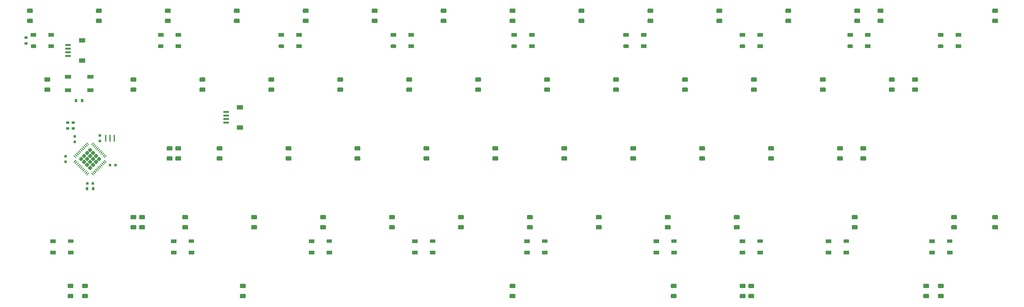
<source format=gbr>
%TF.GenerationSoftware,KiCad,Pcbnew,(5.1.12)-1*%
%TF.CreationDate,2022-12-21T19:59:57+07:00*%
%TF.ProjectId,Eclipse60,45636c69-7073-4653-9630-2e6b69636164,rev?*%
%TF.SameCoordinates,Original*%
%TF.FileFunction,Paste,Bot*%
%TF.FilePolarity,Positive*%
%FSLAX46Y46*%
G04 Gerber Fmt 4.6, Leading zero omitted, Abs format (unit mm)*
G04 Created by KiCad (PCBNEW (5.1.12)-1) date 2022-12-21 19:59:57*
%MOMM*%
%LPD*%
G01*
G04 APERTURE LIST*
%ADD10R,1.800000X1.200000*%
%ADD11R,1.550000X0.600000*%
%ADD12R,0.950000X0.800000*%
%ADD13R,1.800000X1.100000*%
%ADD14R,0.800000X0.950000*%
%ADD15R,1.500000X1.000000*%
%ADD16R,0.400000X1.900000*%
%ADD17R,0.750000X0.800000*%
%ADD18R,0.800000X0.750000*%
G04 APERTURE END LIST*
D10*
%TO.C,J1*%
X99242750Y-70496000D03*
X99242750Y-64896000D03*
D11*
X95367750Y-66196000D03*
X95367750Y-67196000D03*
X95367750Y-69196000D03*
X95367750Y-68196000D03*
%TD*%
D10*
%TO.C,J2*%
X55613750Y-51984375D03*
X55613750Y-46384375D03*
D11*
X51738750Y-47684375D03*
X51738750Y-48684375D03*
X51738750Y-50684375D03*
X51738750Y-49684375D03*
%TD*%
%TO.C,D16*%
G36*
G01*
X219635000Y-115000000D02*
X218515000Y-115000000D01*
G75*
G02*
X218275000Y-114760000I0J240000D01*
G01*
X218275000Y-114040000D01*
G75*
G02*
X218515000Y-113800000I240000J0D01*
G01*
X219635000Y-113800000D01*
G75*
G02*
X219875000Y-114040000I0J-240000D01*
G01*
X219875000Y-114760000D01*
G75*
G02*
X219635000Y-115000000I-240000J0D01*
G01*
G37*
G36*
G01*
X219635000Y-117800000D02*
X218515000Y-117800000D01*
G75*
G02*
X218275000Y-117560000I0J240000D01*
G01*
X218275000Y-116840000D01*
G75*
G02*
X218515000Y-116600000I240000J0D01*
G01*
X219635000Y-116600000D01*
G75*
G02*
X219875000Y-116840000I0J-240000D01*
G01*
X219875000Y-117560000D01*
G75*
G02*
X219635000Y-117800000I-240000J0D01*
G01*
G37*
%TD*%
D12*
%TO.C,R5*%
X40125000Y-47259375D03*
X40125000Y-45609375D03*
%TD*%
%TO.C,D72*%
G36*
G01*
X293453940Y-115000000D02*
X292333940Y-115000000D01*
G75*
G02*
X292093940Y-114760000I0J240000D01*
G01*
X292093940Y-114040000D01*
G75*
G02*
X292333940Y-113800000I240000J0D01*
G01*
X293453940Y-113800000D01*
G75*
G02*
X293693940Y-114040000I0J-240000D01*
G01*
X293693940Y-114760000D01*
G75*
G02*
X293453940Y-115000000I-240000J0D01*
G01*
G37*
G36*
G01*
X293453940Y-117800000D02*
X292333940Y-117800000D01*
G75*
G02*
X292093940Y-117560000I0J240000D01*
G01*
X292093940Y-116840000D01*
G75*
G02*
X292333940Y-116600000I240000J0D01*
G01*
X293453940Y-116600000D01*
G75*
G02*
X293693940Y-116840000I0J-240000D01*
G01*
X293693940Y-117560000D01*
G75*
G02*
X293453940Y-117800000I-240000J0D01*
G01*
G37*
%TD*%
%TO.C,D70*%
G36*
G01*
X238684960Y-115000000D02*
X237564960Y-115000000D01*
G75*
G02*
X237324960Y-114760000I0J240000D01*
G01*
X237324960Y-114040000D01*
G75*
G02*
X237564960Y-113800000I240000J0D01*
G01*
X238684960Y-113800000D01*
G75*
G02*
X238924960Y-114040000I0J-240000D01*
G01*
X238924960Y-114760000D01*
G75*
G02*
X238684960Y-115000000I-240000J0D01*
G01*
G37*
G36*
G01*
X238684960Y-117800000D02*
X237564960Y-117800000D01*
G75*
G02*
X237324960Y-117560000I0J240000D01*
G01*
X237324960Y-116840000D01*
G75*
G02*
X237564960Y-116600000I240000J0D01*
G01*
X238684960Y-116600000D01*
G75*
G02*
X238924960Y-116840000I0J-240000D01*
G01*
X238924960Y-117560000D01*
G75*
G02*
X238684960Y-117800000I-240000J0D01*
G01*
G37*
%TD*%
%TO.C,D69*%
G36*
G01*
X175109000Y-115000000D02*
X173989000Y-115000000D01*
G75*
G02*
X173749000Y-114760000I0J240000D01*
G01*
X173749000Y-114040000D01*
G75*
G02*
X173989000Y-113800000I240000J0D01*
G01*
X175109000Y-113800000D01*
G75*
G02*
X175349000Y-114040000I0J-240000D01*
G01*
X175349000Y-114760000D01*
G75*
G02*
X175109000Y-115000000I-240000J0D01*
G01*
G37*
G36*
G01*
X175109000Y-117800000D02*
X173989000Y-117800000D01*
G75*
G02*
X173749000Y-117560000I0J240000D01*
G01*
X173749000Y-116840000D01*
G75*
G02*
X173989000Y-116600000I240000J0D01*
G01*
X175109000Y-116600000D01*
G75*
G02*
X175349000Y-116840000I0J-240000D01*
G01*
X175349000Y-117560000D01*
G75*
G02*
X175109000Y-117800000I-240000J0D01*
G01*
G37*
%TD*%
%TO.C,D68*%
G36*
G01*
X241066220Y-115000000D02*
X239946220Y-115000000D01*
G75*
G02*
X239706220Y-114760000I0J240000D01*
G01*
X239706220Y-114040000D01*
G75*
G02*
X239946220Y-113800000I240000J0D01*
G01*
X241066220Y-113800000D01*
G75*
G02*
X241306220Y-114040000I0J-240000D01*
G01*
X241306220Y-114760000D01*
G75*
G02*
X241066220Y-115000000I-240000J0D01*
G01*
G37*
G36*
G01*
X241066220Y-117800000D02*
X239946220Y-117800000D01*
G75*
G02*
X239706220Y-117560000I0J240000D01*
G01*
X239706220Y-116840000D01*
G75*
G02*
X239946220Y-116600000I240000J0D01*
G01*
X241066220Y-116600000D01*
G75*
G02*
X241306220Y-116840000I0J-240000D01*
G01*
X241306220Y-117560000D01*
G75*
G02*
X241066220Y-117800000I-240000J0D01*
G01*
G37*
%TD*%
%TO.C,D67*%
G36*
G01*
X100572500Y-115000000D02*
X99452500Y-115000000D01*
G75*
G02*
X99212500Y-114760000I0J240000D01*
G01*
X99212500Y-114040000D01*
G75*
G02*
X99452500Y-113800000I240000J0D01*
G01*
X100572500Y-113800000D01*
G75*
G02*
X100812500Y-114040000I0J-240000D01*
G01*
X100812500Y-114760000D01*
G75*
G02*
X100572500Y-115000000I-240000J0D01*
G01*
G37*
G36*
G01*
X100572500Y-117800000D02*
X99452500Y-117800000D01*
G75*
G02*
X99212500Y-117560000I0J240000D01*
G01*
X99212500Y-116840000D01*
G75*
G02*
X99452500Y-116600000I240000J0D01*
G01*
X100572500Y-116600000D01*
G75*
G02*
X100812500Y-116840000I0J-240000D01*
G01*
X100812500Y-117560000D01*
G75*
G02*
X100572500Y-117800000I-240000J0D01*
G01*
G37*
%TD*%
%TO.C,D66*%
G36*
G01*
X56947500Y-115000000D02*
X55827500Y-115000000D01*
G75*
G02*
X55587500Y-114760000I0J240000D01*
G01*
X55587500Y-114040000D01*
G75*
G02*
X55827500Y-113800000I240000J0D01*
G01*
X56947500Y-113800000D01*
G75*
G02*
X57187500Y-114040000I0J-240000D01*
G01*
X57187500Y-114760000D01*
G75*
G02*
X56947500Y-115000000I-240000J0D01*
G01*
G37*
G36*
G01*
X56947500Y-117800000D02*
X55827500Y-117800000D01*
G75*
G02*
X55587500Y-117560000I0J240000D01*
G01*
X55587500Y-116840000D01*
G75*
G02*
X55827500Y-116600000I240000J0D01*
G01*
X56947500Y-116600000D01*
G75*
G02*
X57187500Y-116840000I0J-240000D01*
G01*
X57187500Y-117560000D01*
G75*
G02*
X56947500Y-117800000I-240000J0D01*
G01*
G37*
%TD*%
%TO.C,D65*%
G36*
G01*
X52947500Y-115000000D02*
X51827500Y-115000000D01*
G75*
G02*
X51587500Y-114760000I0J240000D01*
G01*
X51587500Y-114040000D01*
G75*
G02*
X51827500Y-113800000I240000J0D01*
G01*
X52947500Y-113800000D01*
G75*
G02*
X53187500Y-114040000I0J-240000D01*
G01*
X53187500Y-114760000D01*
G75*
G02*
X52947500Y-115000000I-240000J0D01*
G01*
G37*
G36*
G01*
X52947500Y-117800000D02*
X51827500Y-117800000D01*
G75*
G02*
X51587500Y-117560000I0J240000D01*
G01*
X51587500Y-116840000D01*
G75*
G02*
X51827500Y-116600000I240000J0D01*
G01*
X52947500Y-116600000D01*
G75*
G02*
X53187500Y-116840000I0J-240000D01*
G01*
X53187500Y-117560000D01*
G75*
G02*
X52947500Y-117800000I-240000J0D01*
G01*
G37*
%TD*%
%TO.C,D63*%
G36*
G01*
X308459000Y-95950000D02*
X307339000Y-95950000D01*
G75*
G02*
X307099000Y-95710000I0J240000D01*
G01*
X307099000Y-94990000D01*
G75*
G02*
X307339000Y-94750000I240000J0D01*
G01*
X308459000Y-94750000D01*
G75*
G02*
X308699000Y-94990000I0J-240000D01*
G01*
X308699000Y-95710000D01*
G75*
G02*
X308459000Y-95950000I-240000J0D01*
G01*
G37*
G36*
G01*
X308459000Y-98750000D02*
X307339000Y-98750000D01*
G75*
G02*
X307099000Y-98510000I0J240000D01*
G01*
X307099000Y-97790000D01*
G75*
G02*
X307339000Y-97550000I240000J0D01*
G01*
X308459000Y-97550000D01*
G75*
G02*
X308699000Y-97790000I0J-240000D01*
G01*
X308699000Y-98510000D01*
G75*
G02*
X308459000Y-98750000I-240000J0D01*
G01*
G37*
%TD*%
%TO.C,D30*%
G36*
G01*
X286310000Y-57850000D02*
X285190000Y-57850000D01*
G75*
G02*
X284950000Y-57610000I0J240000D01*
G01*
X284950000Y-56890000D01*
G75*
G02*
X285190000Y-56650000I240000J0D01*
G01*
X286310000Y-56650000D01*
G75*
G02*
X286550000Y-56890000I0J-240000D01*
G01*
X286550000Y-57610000D01*
G75*
G02*
X286310000Y-57850000I-240000J0D01*
G01*
G37*
G36*
G01*
X286310000Y-60650000D02*
X285190000Y-60650000D01*
G75*
G02*
X284950000Y-60410000I0J240000D01*
G01*
X284950000Y-59690000D01*
G75*
G02*
X285190000Y-59450000I240000J0D01*
G01*
X286310000Y-59450000D01*
G75*
G02*
X286550000Y-59690000I0J-240000D01*
G01*
X286550000Y-60410000D01*
G75*
G02*
X286310000Y-60650000I-240000J0D01*
G01*
G37*
%TD*%
D13*
%TO.C,SW1*%
X51668750Y-56490625D03*
X57868750Y-60190625D03*
X51668750Y-60190625D03*
X57868750Y-56490625D03*
%TD*%
D14*
%TO.C,R4*%
X53943750Y-63103125D03*
X55593750Y-63103125D03*
%TD*%
D15*
%TO.C,RGB18*%
X290443750Y-105184375D03*
X290443750Y-101984375D03*
X295343750Y-105184375D03*
G36*
G01*
X294593750Y-102234375D02*
X294593750Y-101734375D01*
G75*
G02*
X294843750Y-101484375I250000J0D01*
G01*
X295843750Y-101484375D01*
G75*
G02*
X296093750Y-101734375I0J-250000D01*
G01*
X296093750Y-102234375D01*
G75*
G02*
X295843750Y-102484375I-250000J0D01*
G01*
X294843750Y-102484375D01*
G75*
G02*
X294593750Y-102234375I0J250000D01*
G01*
G37*
%TD*%
%TO.C,RGB17*%
X261868750Y-105184375D03*
X261868750Y-101984375D03*
X266768750Y-105184375D03*
G36*
G01*
X266018750Y-102234375D02*
X266018750Y-101734375D01*
G75*
G02*
X266268750Y-101484375I250000J0D01*
G01*
X267268750Y-101484375D01*
G75*
G02*
X267518750Y-101734375I0J-250000D01*
G01*
X267518750Y-102234375D01*
G75*
G02*
X267268750Y-102484375I-250000J0D01*
G01*
X266268750Y-102484375D01*
G75*
G02*
X266018750Y-102234375I0J250000D01*
G01*
G37*
%TD*%
%TO.C,RGB16*%
X238056250Y-105184375D03*
X238056250Y-101984375D03*
X242956250Y-105184375D03*
G36*
G01*
X242206250Y-102234375D02*
X242206250Y-101734375D01*
G75*
G02*
X242456250Y-101484375I250000J0D01*
G01*
X243456250Y-101484375D01*
G75*
G02*
X243706250Y-101734375I0J-250000D01*
G01*
X243706250Y-102234375D01*
G75*
G02*
X243456250Y-102484375I-250000J0D01*
G01*
X242456250Y-102484375D01*
G75*
G02*
X242206250Y-102234375I0J250000D01*
G01*
G37*
%TD*%
%TO.C,RGB15*%
X214243750Y-105184375D03*
X214243750Y-101984375D03*
X219143750Y-105184375D03*
G36*
G01*
X218393750Y-102234375D02*
X218393750Y-101734375D01*
G75*
G02*
X218643750Y-101484375I250000J0D01*
G01*
X219643750Y-101484375D01*
G75*
G02*
X219893750Y-101734375I0J-250000D01*
G01*
X219893750Y-102234375D01*
G75*
G02*
X219643750Y-102484375I-250000J0D01*
G01*
X218643750Y-102484375D01*
G75*
G02*
X218393750Y-102234375I0J250000D01*
G01*
G37*
%TD*%
%TO.C,RGB14*%
X178525000Y-105184375D03*
X178525000Y-101984375D03*
X183425000Y-105184375D03*
G36*
G01*
X182675000Y-102234375D02*
X182675000Y-101734375D01*
G75*
G02*
X182925000Y-101484375I250000J0D01*
G01*
X183925000Y-101484375D01*
G75*
G02*
X184175000Y-101734375I0J-250000D01*
G01*
X184175000Y-102234375D01*
G75*
G02*
X183925000Y-102484375I-250000J0D01*
G01*
X182925000Y-102484375D01*
G75*
G02*
X182675000Y-102234375I0J250000D01*
G01*
G37*
%TD*%
%TO.C,RGB13*%
X147568750Y-105184375D03*
X147568750Y-101984375D03*
X152468750Y-105184375D03*
G36*
G01*
X151718750Y-102234375D02*
X151718750Y-101734375D01*
G75*
G02*
X151968750Y-101484375I250000J0D01*
G01*
X152968750Y-101484375D01*
G75*
G02*
X153218750Y-101734375I0J-250000D01*
G01*
X153218750Y-102234375D01*
G75*
G02*
X152968750Y-102484375I-250000J0D01*
G01*
X151968750Y-102484375D01*
G75*
G02*
X151718750Y-102234375I0J250000D01*
G01*
G37*
%TD*%
%TO.C,RGB12*%
X118993750Y-105184375D03*
X118993750Y-101984375D03*
X123893750Y-105184375D03*
G36*
G01*
X123143750Y-102234375D02*
X123143750Y-101734375D01*
G75*
G02*
X123393750Y-101484375I250000J0D01*
G01*
X124393750Y-101484375D01*
G75*
G02*
X124643750Y-101734375I0J-250000D01*
G01*
X124643750Y-102234375D01*
G75*
G02*
X124393750Y-102484375I-250000J0D01*
G01*
X123393750Y-102484375D01*
G75*
G02*
X123143750Y-102234375I0J250000D01*
G01*
G37*
%TD*%
%TO.C,RGB11*%
X80893750Y-105184375D03*
X80893750Y-101984375D03*
X85793750Y-105184375D03*
G36*
G01*
X85043750Y-102234375D02*
X85043750Y-101734375D01*
G75*
G02*
X85293750Y-101484375I250000J0D01*
G01*
X86293750Y-101484375D01*
G75*
G02*
X86543750Y-101734375I0J-250000D01*
G01*
X86543750Y-102234375D01*
G75*
G02*
X86293750Y-102484375I-250000J0D01*
G01*
X85293750Y-102484375D01*
G75*
G02*
X85043750Y-102234375I0J250000D01*
G01*
G37*
%TD*%
%TO.C,RGB10*%
X47556250Y-105184375D03*
X47556250Y-101984375D03*
X52456250Y-105184375D03*
G36*
G01*
X51706250Y-102234375D02*
X51706250Y-101734375D01*
G75*
G02*
X51956250Y-101484375I250000J0D01*
G01*
X52956250Y-101484375D01*
G75*
G02*
X53206250Y-101734375I0J-250000D01*
G01*
X53206250Y-102234375D01*
G75*
G02*
X52956250Y-102484375I-250000J0D01*
G01*
X51956250Y-102484375D01*
G75*
G02*
X51706250Y-102234375I0J250000D01*
G01*
G37*
%TD*%
%TO.C,RGB9*%
G36*
G01*
X293575000Y-47784375D02*
X293575000Y-48284375D01*
G75*
G02*
X293325000Y-48534375I-250000J0D01*
G01*
X292325000Y-48534375D01*
G75*
G02*
X292075000Y-48284375I0J250000D01*
G01*
X292075000Y-47784375D01*
G75*
G02*
X292325000Y-47534375I250000J0D01*
G01*
X293325000Y-47534375D01*
G75*
G02*
X293575000Y-47784375I0J-250000D01*
G01*
G37*
X292825000Y-44834375D03*
X297725000Y-48034375D03*
X297725000Y-44834375D03*
%TD*%
%TO.C,RGB8*%
G36*
G01*
X268571875Y-47784375D02*
X268571875Y-48284375D01*
G75*
G02*
X268321875Y-48534375I-250000J0D01*
G01*
X267321875Y-48534375D01*
G75*
G02*
X267071875Y-48284375I0J250000D01*
G01*
X267071875Y-47784375D01*
G75*
G02*
X267321875Y-47534375I250000J0D01*
G01*
X268321875Y-47534375D01*
G75*
G02*
X268571875Y-47784375I0J-250000D01*
G01*
G37*
X267821875Y-44834375D03*
X272721875Y-48034375D03*
X272721875Y-44834375D03*
%TD*%
%TO.C,RGB7*%
G36*
G01*
X238806250Y-47784375D02*
X238806250Y-48284375D01*
G75*
G02*
X238556250Y-48534375I-250000J0D01*
G01*
X237556250Y-48534375D01*
G75*
G02*
X237306250Y-48284375I0J250000D01*
G01*
X237306250Y-47784375D01*
G75*
G02*
X237556250Y-47534375I250000J0D01*
G01*
X238556250Y-47534375D01*
G75*
G02*
X238806250Y-47784375I0J-250000D01*
G01*
G37*
X238056250Y-44834375D03*
X242956250Y-48034375D03*
X242956250Y-44834375D03*
%TD*%
%TO.C,RGB6*%
G36*
G01*
X206659375Y-47784375D02*
X206659375Y-48284375D01*
G75*
G02*
X206409375Y-48534375I-250000J0D01*
G01*
X205409375Y-48534375D01*
G75*
G02*
X205159375Y-48284375I0J250000D01*
G01*
X205159375Y-47784375D01*
G75*
G02*
X205409375Y-47534375I250000J0D01*
G01*
X206409375Y-47534375D01*
G75*
G02*
X206659375Y-47784375I0J-250000D01*
G01*
G37*
X205909375Y-44834375D03*
X210809375Y-48034375D03*
X210809375Y-44834375D03*
%TD*%
%TO.C,RGB5*%
G36*
G01*
X175703125Y-47784375D02*
X175703125Y-48284375D01*
G75*
G02*
X175453125Y-48534375I-250000J0D01*
G01*
X174453125Y-48534375D01*
G75*
G02*
X174203125Y-48284375I0J250000D01*
G01*
X174203125Y-47784375D01*
G75*
G02*
X174453125Y-47534375I250000J0D01*
G01*
X175453125Y-47534375D01*
G75*
G02*
X175703125Y-47784375I0J-250000D01*
G01*
G37*
X174953125Y-44834375D03*
X179853125Y-48034375D03*
X179853125Y-44834375D03*
%TD*%
%TO.C,RGB4*%
G36*
G01*
X142365625Y-47784375D02*
X142365625Y-48284375D01*
G75*
G02*
X142115625Y-48534375I-250000J0D01*
G01*
X141115625Y-48534375D01*
G75*
G02*
X140865625Y-48284375I0J250000D01*
G01*
X140865625Y-47784375D01*
G75*
G02*
X141115625Y-47534375I250000J0D01*
G01*
X142115625Y-47534375D01*
G75*
G02*
X142365625Y-47784375I0J-250000D01*
G01*
G37*
X141615625Y-44834375D03*
X146515625Y-48034375D03*
X146515625Y-44834375D03*
%TD*%
%TO.C,RGB3*%
G36*
G01*
X111409375Y-47784375D02*
X111409375Y-48284375D01*
G75*
G02*
X111159375Y-48534375I-250000J0D01*
G01*
X110159375Y-48534375D01*
G75*
G02*
X109909375Y-48284375I0J250000D01*
G01*
X109909375Y-47784375D01*
G75*
G02*
X110159375Y-47534375I250000J0D01*
G01*
X111159375Y-47534375D01*
G75*
G02*
X111409375Y-47784375I0J-250000D01*
G01*
G37*
X110659375Y-44834375D03*
X115559375Y-48034375D03*
X115559375Y-44834375D03*
%TD*%
%TO.C,RGB2*%
G36*
G01*
X78071875Y-47784375D02*
X78071875Y-48284375D01*
G75*
G02*
X77821875Y-48534375I-250000J0D01*
G01*
X76821875Y-48534375D01*
G75*
G02*
X76571875Y-48284375I0J250000D01*
G01*
X76571875Y-47784375D01*
G75*
G02*
X76821875Y-47534375I250000J0D01*
G01*
X77821875Y-47534375D01*
G75*
G02*
X78071875Y-47784375I0J-250000D01*
G01*
G37*
X77321875Y-44834375D03*
X82221875Y-48034375D03*
X82221875Y-44834375D03*
%TD*%
%TO.C,RGB1*%
G36*
G01*
X42925000Y-47784375D02*
X42925000Y-48284375D01*
G75*
G02*
X42675000Y-48534375I-250000J0D01*
G01*
X41675000Y-48534375D01*
G75*
G02*
X41425000Y-48284375I0J250000D01*
G01*
X41425000Y-47784375D01*
G75*
G02*
X41675000Y-47534375I250000J0D01*
G01*
X42675000Y-47534375D01*
G75*
G02*
X42925000Y-47784375I0J-250000D01*
G01*
G37*
X42175000Y-44834375D03*
X47075000Y-48034375D03*
X47075000Y-44834375D03*
%TD*%
%TO.C,U1*%
G36*
G01*
X53248000Y-78303172D02*
X53336388Y-78214784D01*
G75*
G02*
X53424776Y-78214784I44194J-44194D01*
G01*
X53955106Y-78745114D01*
G75*
G02*
X53955106Y-78833502I-44194J-44194D01*
G01*
X53866718Y-78921890D01*
G75*
G02*
X53778330Y-78921890I-44194J44194D01*
G01*
X53248000Y-78391560D01*
G75*
G02*
X53248000Y-78303172I44194J44194D01*
G01*
G37*
G36*
G01*
X53601554Y-77949619D02*
X53689942Y-77861231D01*
G75*
G02*
X53778330Y-77861231I44194J-44194D01*
G01*
X54308660Y-78391561D01*
G75*
G02*
X54308660Y-78479949I-44194J-44194D01*
G01*
X54220272Y-78568337D01*
G75*
G02*
X54131884Y-78568337I-44194J44194D01*
G01*
X53601554Y-78038007D01*
G75*
G02*
X53601554Y-77949619I44194J44194D01*
G01*
G37*
G36*
G01*
X53955107Y-77596066D02*
X54043495Y-77507678D01*
G75*
G02*
X54131883Y-77507678I44194J-44194D01*
G01*
X54662213Y-78038008D01*
G75*
G02*
X54662213Y-78126396I-44194J-44194D01*
G01*
X54573825Y-78214784D01*
G75*
G02*
X54485437Y-78214784I-44194J44194D01*
G01*
X53955107Y-77684454D01*
G75*
G02*
X53955107Y-77596066I44194J44194D01*
G01*
G37*
G36*
G01*
X54308661Y-77242512D02*
X54397049Y-77154124D01*
G75*
G02*
X54485437Y-77154124I44194J-44194D01*
G01*
X55015767Y-77684454D01*
G75*
G02*
X55015767Y-77772842I-44194J-44194D01*
G01*
X54927379Y-77861230D01*
G75*
G02*
X54838991Y-77861230I-44194J44194D01*
G01*
X54308661Y-77330900D01*
G75*
G02*
X54308661Y-77242512I44194J44194D01*
G01*
G37*
G36*
G01*
X54662214Y-76888959D02*
X54750602Y-76800571D01*
G75*
G02*
X54838990Y-76800571I44194J-44194D01*
G01*
X55369320Y-77330901D01*
G75*
G02*
X55369320Y-77419289I-44194J-44194D01*
G01*
X55280932Y-77507677D01*
G75*
G02*
X55192544Y-77507677I-44194J44194D01*
G01*
X54662214Y-76977347D01*
G75*
G02*
X54662214Y-76888959I44194J44194D01*
G01*
G37*
G36*
G01*
X55015767Y-76535405D02*
X55104155Y-76447017D01*
G75*
G02*
X55192543Y-76447017I44194J-44194D01*
G01*
X55722873Y-76977347D01*
G75*
G02*
X55722873Y-77065735I-44194J-44194D01*
G01*
X55634485Y-77154123D01*
G75*
G02*
X55546097Y-77154123I-44194J44194D01*
G01*
X55015767Y-76623793D01*
G75*
G02*
X55015767Y-76535405I44194J44194D01*
G01*
G37*
G36*
G01*
X55369321Y-76181852D02*
X55457709Y-76093464D01*
G75*
G02*
X55546097Y-76093464I44194J-44194D01*
G01*
X56076427Y-76623794D01*
G75*
G02*
X56076427Y-76712182I-44194J-44194D01*
G01*
X55988039Y-76800570D01*
G75*
G02*
X55899651Y-76800570I-44194J44194D01*
G01*
X55369321Y-76270240D01*
G75*
G02*
X55369321Y-76181852I44194J44194D01*
G01*
G37*
G36*
G01*
X55722874Y-75828299D02*
X55811262Y-75739911D01*
G75*
G02*
X55899650Y-75739911I44194J-44194D01*
G01*
X56429980Y-76270241D01*
G75*
G02*
X56429980Y-76358629I-44194J-44194D01*
G01*
X56341592Y-76447017D01*
G75*
G02*
X56253204Y-76447017I-44194J44194D01*
G01*
X55722874Y-75916687D01*
G75*
G02*
X55722874Y-75828299I44194J44194D01*
G01*
G37*
G36*
G01*
X56076428Y-75474745D02*
X56164816Y-75386357D01*
G75*
G02*
X56253204Y-75386357I44194J-44194D01*
G01*
X56783534Y-75916687D01*
G75*
G02*
X56783534Y-76005075I-44194J-44194D01*
G01*
X56695146Y-76093463D01*
G75*
G02*
X56606758Y-76093463I-44194J44194D01*
G01*
X56076428Y-75563133D01*
G75*
G02*
X56076428Y-75474745I44194J44194D01*
G01*
G37*
G36*
G01*
X56429981Y-75121192D02*
X56518369Y-75032804D01*
G75*
G02*
X56606757Y-75032804I44194J-44194D01*
G01*
X57137087Y-75563134D01*
G75*
G02*
X57137087Y-75651522I-44194J-44194D01*
G01*
X57048699Y-75739910D01*
G75*
G02*
X56960311Y-75739910I-44194J44194D01*
G01*
X56429981Y-75209580D01*
G75*
G02*
X56429981Y-75121192I44194J44194D01*
G01*
G37*
G36*
G01*
X56783534Y-74767638D02*
X56871922Y-74679250D01*
G75*
G02*
X56960310Y-74679250I44194J-44194D01*
G01*
X57490640Y-75209580D01*
G75*
G02*
X57490640Y-75297968I-44194J-44194D01*
G01*
X57402252Y-75386356D01*
G75*
G02*
X57313864Y-75386356I-44194J44194D01*
G01*
X56783534Y-74856026D01*
G75*
G02*
X56783534Y-74767638I44194J44194D01*
G01*
G37*
G36*
G01*
X58109360Y-75209580D02*
X58639690Y-74679250D01*
G75*
G02*
X58728078Y-74679250I44194J-44194D01*
G01*
X58816466Y-74767638D01*
G75*
G02*
X58816466Y-74856026I-44194J-44194D01*
G01*
X58286136Y-75386356D01*
G75*
G02*
X58197748Y-75386356I-44194J44194D01*
G01*
X58109360Y-75297968D01*
G75*
G02*
X58109360Y-75209580I44194J44194D01*
G01*
G37*
G36*
G01*
X58462913Y-75563134D02*
X58993243Y-75032804D01*
G75*
G02*
X59081631Y-75032804I44194J-44194D01*
G01*
X59170019Y-75121192D01*
G75*
G02*
X59170019Y-75209580I-44194J-44194D01*
G01*
X58639689Y-75739910D01*
G75*
G02*
X58551301Y-75739910I-44194J44194D01*
G01*
X58462913Y-75651522D01*
G75*
G02*
X58462913Y-75563134I44194J44194D01*
G01*
G37*
G36*
G01*
X58816466Y-75916687D02*
X59346796Y-75386357D01*
G75*
G02*
X59435184Y-75386357I44194J-44194D01*
G01*
X59523572Y-75474745D01*
G75*
G02*
X59523572Y-75563133I-44194J-44194D01*
G01*
X58993242Y-76093463D01*
G75*
G02*
X58904854Y-76093463I-44194J44194D01*
G01*
X58816466Y-76005075D01*
G75*
G02*
X58816466Y-75916687I44194J44194D01*
G01*
G37*
G36*
G01*
X59170020Y-76270241D02*
X59700350Y-75739911D01*
G75*
G02*
X59788738Y-75739911I44194J-44194D01*
G01*
X59877126Y-75828299D01*
G75*
G02*
X59877126Y-75916687I-44194J-44194D01*
G01*
X59346796Y-76447017D01*
G75*
G02*
X59258408Y-76447017I-44194J44194D01*
G01*
X59170020Y-76358629D01*
G75*
G02*
X59170020Y-76270241I44194J44194D01*
G01*
G37*
G36*
G01*
X59523573Y-76623794D02*
X60053903Y-76093464D01*
G75*
G02*
X60142291Y-76093464I44194J-44194D01*
G01*
X60230679Y-76181852D01*
G75*
G02*
X60230679Y-76270240I-44194J-44194D01*
G01*
X59700349Y-76800570D01*
G75*
G02*
X59611961Y-76800570I-44194J44194D01*
G01*
X59523573Y-76712182D01*
G75*
G02*
X59523573Y-76623794I44194J44194D01*
G01*
G37*
G36*
G01*
X59877127Y-76977347D02*
X60407457Y-76447017D01*
G75*
G02*
X60495845Y-76447017I44194J-44194D01*
G01*
X60584233Y-76535405D01*
G75*
G02*
X60584233Y-76623793I-44194J-44194D01*
G01*
X60053903Y-77154123D01*
G75*
G02*
X59965515Y-77154123I-44194J44194D01*
G01*
X59877127Y-77065735D01*
G75*
G02*
X59877127Y-76977347I44194J44194D01*
G01*
G37*
G36*
G01*
X60230680Y-77330901D02*
X60761010Y-76800571D01*
G75*
G02*
X60849398Y-76800571I44194J-44194D01*
G01*
X60937786Y-76888959D01*
G75*
G02*
X60937786Y-76977347I-44194J-44194D01*
G01*
X60407456Y-77507677D01*
G75*
G02*
X60319068Y-77507677I-44194J44194D01*
G01*
X60230680Y-77419289D01*
G75*
G02*
X60230680Y-77330901I44194J44194D01*
G01*
G37*
G36*
G01*
X60584233Y-77684454D02*
X61114563Y-77154124D01*
G75*
G02*
X61202951Y-77154124I44194J-44194D01*
G01*
X61291339Y-77242512D01*
G75*
G02*
X61291339Y-77330900I-44194J-44194D01*
G01*
X60761009Y-77861230D01*
G75*
G02*
X60672621Y-77861230I-44194J44194D01*
G01*
X60584233Y-77772842D01*
G75*
G02*
X60584233Y-77684454I44194J44194D01*
G01*
G37*
G36*
G01*
X60937787Y-78038008D02*
X61468117Y-77507678D01*
G75*
G02*
X61556505Y-77507678I44194J-44194D01*
G01*
X61644893Y-77596066D01*
G75*
G02*
X61644893Y-77684454I-44194J-44194D01*
G01*
X61114563Y-78214784D01*
G75*
G02*
X61026175Y-78214784I-44194J44194D01*
G01*
X60937787Y-78126396D01*
G75*
G02*
X60937787Y-78038008I44194J44194D01*
G01*
G37*
G36*
G01*
X61291340Y-78391561D02*
X61821670Y-77861231D01*
G75*
G02*
X61910058Y-77861231I44194J-44194D01*
G01*
X61998446Y-77949619D01*
G75*
G02*
X61998446Y-78038007I-44194J-44194D01*
G01*
X61468116Y-78568337D01*
G75*
G02*
X61379728Y-78568337I-44194J44194D01*
G01*
X61291340Y-78479949D01*
G75*
G02*
X61291340Y-78391561I44194J44194D01*
G01*
G37*
G36*
G01*
X61644894Y-78745114D02*
X62175224Y-78214784D01*
G75*
G02*
X62263612Y-78214784I44194J-44194D01*
G01*
X62352000Y-78303172D01*
G75*
G02*
X62352000Y-78391560I-44194J-44194D01*
G01*
X61821670Y-78921890D01*
G75*
G02*
X61733282Y-78921890I-44194J44194D01*
G01*
X61644894Y-78833502D01*
G75*
G02*
X61644894Y-78745114I44194J44194D01*
G01*
G37*
G36*
G01*
X61644894Y-79628998D02*
X61733282Y-79540610D01*
G75*
G02*
X61821670Y-79540610I44194J-44194D01*
G01*
X62352000Y-80070940D01*
G75*
G02*
X62352000Y-80159328I-44194J-44194D01*
G01*
X62263612Y-80247716D01*
G75*
G02*
X62175224Y-80247716I-44194J44194D01*
G01*
X61644894Y-79717386D01*
G75*
G02*
X61644894Y-79628998I44194J44194D01*
G01*
G37*
G36*
G01*
X61291340Y-79982551D02*
X61379728Y-79894163D01*
G75*
G02*
X61468116Y-79894163I44194J-44194D01*
G01*
X61998446Y-80424493D01*
G75*
G02*
X61998446Y-80512881I-44194J-44194D01*
G01*
X61910058Y-80601269D01*
G75*
G02*
X61821670Y-80601269I-44194J44194D01*
G01*
X61291340Y-80070939D01*
G75*
G02*
X61291340Y-79982551I44194J44194D01*
G01*
G37*
G36*
G01*
X60937787Y-80336104D02*
X61026175Y-80247716D01*
G75*
G02*
X61114563Y-80247716I44194J-44194D01*
G01*
X61644893Y-80778046D01*
G75*
G02*
X61644893Y-80866434I-44194J-44194D01*
G01*
X61556505Y-80954822D01*
G75*
G02*
X61468117Y-80954822I-44194J44194D01*
G01*
X60937787Y-80424492D01*
G75*
G02*
X60937787Y-80336104I44194J44194D01*
G01*
G37*
G36*
G01*
X60584233Y-80689658D02*
X60672621Y-80601270D01*
G75*
G02*
X60761009Y-80601270I44194J-44194D01*
G01*
X61291339Y-81131600D01*
G75*
G02*
X61291339Y-81219988I-44194J-44194D01*
G01*
X61202951Y-81308376D01*
G75*
G02*
X61114563Y-81308376I-44194J44194D01*
G01*
X60584233Y-80778046D01*
G75*
G02*
X60584233Y-80689658I44194J44194D01*
G01*
G37*
G36*
G01*
X60230680Y-81043211D02*
X60319068Y-80954823D01*
G75*
G02*
X60407456Y-80954823I44194J-44194D01*
G01*
X60937786Y-81485153D01*
G75*
G02*
X60937786Y-81573541I-44194J-44194D01*
G01*
X60849398Y-81661929D01*
G75*
G02*
X60761010Y-81661929I-44194J44194D01*
G01*
X60230680Y-81131599D01*
G75*
G02*
X60230680Y-81043211I44194J44194D01*
G01*
G37*
G36*
G01*
X59877127Y-81396765D02*
X59965515Y-81308377D01*
G75*
G02*
X60053903Y-81308377I44194J-44194D01*
G01*
X60584233Y-81838707D01*
G75*
G02*
X60584233Y-81927095I-44194J-44194D01*
G01*
X60495845Y-82015483D01*
G75*
G02*
X60407457Y-82015483I-44194J44194D01*
G01*
X59877127Y-81485153D01*
G75*
G02*
X59877127Y-81396765I44194J44194D01*
G01*
G37*
G36*
G01*
X59523573Y-81750318D02*
X59611961Y-81661930D01*
G75*
G02*
X59700349Y-81661930I44194J-44194D01*
G01*
X60230679Y-82192260D01*
G75*
G02*
X60230679Y-82280648I-44194J-44194D01*
G01*
X60142291Y-82369036D01*
G75*
G02*
X60053903Y-82369036I-44194J44194D01*
G01*
X59523573Y-81838706D01*
G75*
G02*
X59523573Y-81750318I44194J44194D01*
G01*
G37*
G36*
G01*
X59170020Y-82103871D02*
X59258408Y-82015483D01*
G75*
G02*
X59346796Y-82015483I44194J-44194D01*
G01*
X59877126Y-82545813D01*
G75*
G02*
X59877126Y-82634201I-44194J-44194D01*
G01*
X59788738Y-82722589D01*
G75*
G02*
X59700350Y-82722589I-44194J44194D01*
G01*
X59170020Y-82192259D01*
G75*
G02*
X59170020Y-82103871I44194J44194D01*
G01*
G37*
G36*
G01*
X58816466Y-82457425D02*
X58904854Y-82369037D01*
G75*
G02*
X58993242Y-82369037I44194J-44194D01*
G01*
X59523572Y-82899367D01*
G75*
G02*
X59523572Y-82987755I-44194J-44194D01*
G01*
X59435184Y-83076143D01*
G75*
G02*
X59346796Y-83076143I-44194J44194D01*
G01*
X58816466Y-82545813D01*
G75*
G02*
X58816466Y-82457425I44194J44194D01*
G01*
G37*
G36*
G01*
X58462913Y-82810978D02*
X58551301Y-82722590D01*
G75*
G02*
X58639689Y-82722590I44194J-44194D01*
G01*
X59170019Y-83252920D01*
G75*
G02*
X59170019Y-83341308I-44194J-44194D01*
G01*
X59081631Y-83429696D01*
G75*
G02*
X58993243Y-83429696I-44194J44194D01*
G01*
X58462913Y-82899366D01*
G75*
G02*
X58462913Y-82810978I44194J44194D01*
G01*
G37*
G36*
G01*
X58109360Y-83164532D02*
X58197748Y-83076144D01*
G75*
G02*
X58286136Y-83076144I44194J-44194D01*
G01*
X58816466Y-83606474D01*
G75*
G02*
X58816466Y-83694862I-44194J-44194D01*
G01*
X58728078Y-83783250D01*
G75*
G02*
X58639690Y-83783250I-44194J44194D01*
G01*
X58109360Y-83252920D01*
G75*
G02*
X58109360Y-83164532I44194J44194D01*
G01*
G37*
G36*
G01*
X56783534Y-83606474D02*
X57313864Y-83076144D01*
G75*
G02*
X57402252Y-83076144I44194J-44194D01*
G01*
X57490640Y-83164532D01*
G75*
G02*
X57490640Y-83252920I-44194J-44194D01*
G01*
X56960310Y-83783250D01*
G75*
G02*
X56871922Y-83783250I-44194J44194D01*
G01*
X56783534Y-83694862D01*
G75*
G02*
X56783534Y-83606474I44194J44194D01*
G01*
G37*
G36*
G01*
X56429981Y-83252920D02*
X56960311Y-82722590D01*
G75*
G02*
X57048699Y-82722590I44194J-44194D01*
G01*
X57137087Y-82810978D01*
G75*
G02*
X57137087Y-82899366I-44194J-44194D01*
G01*
X56606757Y-83429696D01*
G75*
G02*
X56518369Y-83429696I-44194J44194D01*
G01*
X56429981Y-83341308D01*
G75*
G02*
X56429981Y-83252920I44194J44194D01*
G01*
G37*
G36*
G01*
X56076428Y-82899367D02*
X56606758Y-82369037D01*
G75*
G02*
X56695146Y-82369037I44194J-44194D01*
G01*
X56783534Y-82457425D01*
G75*
G02*
X56783534Y-82545813I-44194J-44194D01*
G01*
X56253204Y-83076143D01*
G75*
G02*
X56164816Y-83076143I-44194J44194D01*
G01*
X56076428Y-82987755D01*
G75*
G02*
X56076428Y-82899367I44194J44194D01*
G01*
G37*
G36*
G01*
X55722874Y-82545813D02*
X56253204Y-82015483D01*
G75*
G02*
X56341592Y-82015483I44194J-44194D01*
G01*
X56429980Y-82103871D01*
G75*
G02*
X56429980Y-82192259I-44194J-44194D01*
G01*
X55899650Y-82722589D01*
G75*
G02*
X55811262Y-82722589I-44194J44194D01*
G01*
X55722874Y-82634201D01*
G75*
G02*
X55722874Y-82545813I44194J44194D01*
G01*
G37*
G36*
G01*
X55369321Y-82192260D02*
X55899651Y-81661930D01*
G75*
G02*
X55988039Y-81661930I44194J-44194D01*
G01*
X56076427Y-81750318D01*
G75*
G02*
X56076427Y-81838706I-44194J-44194D01*
G01*
X55546097Y-82369036D01*
G75*
G02*
X55457709Y-82369036I-44194J44194D01*
G01*
X55369321Y-82280648D01*
G75*
G02*
X55369321Y-82192260I44194J44194D01*
G01*
G37*
G36*
G01*
X55015767Y-81838707D02*
X55546097Y-81308377D01*
G75*
G02*
X55634485Y-81308377I44194J-44194D01*
G01*
X55722873Y-81396765D01*
G75*
G02*
X55722873Y-81485153I-44194J-44194D01*
G01*
X55192543Y-82015483D01*
G75*
G02*
X55104155Y-82015483I-44194J44194D01*
G01*
X55015767Y-81927095D01*
G75*
G02*
X55015767Y-81838707I44194J44194D01*
G01*
G37*
G36*
G01*
X54662214Y-81485153D02*
X55192544Y-80954823D01*
G75*
G02*
X55280932Y-80954823I44194J-44194D01*
G01*
X55369320Y-81043211D01*
G75*
G02*
X55369320Y-81131599I-44194J-44194D01*
G01*
X54838990Y-81661929D01*
G75*
G02*
X54750602Y-81661929I-44194J44194D01*
G01*
X54662214Y-81573541D01*
G75*
G02*
X54662214Y-81485153I44194J44194D01*
G01*
G37*
G36*
G01*
X54308661Y-81131600D02*
X54838991Y-80601270D01*
G75*
G02*
X54927379Y-80601270I44194J-44194D01*
G01*
X55015767Y-80689658D01*
G75*
G02*
X55015767Y-80778046I-44194J-44194D01*
G01*
X54485437Y-81308376D01*
G75*
G02*
X54397049Y-81308376I-44194J44194D01*
G01*
X54308661Y-81219988D01*
G75*
G02*
X54308661Y-81131600I44194J44194D01*
G01*
G37*
G36*
G01*
X53955107Y-80778046D02*
X54485437Y-80247716D01*
G75*
G02*
X54573825Y-80247716I44194J-44194D01*
G01*
X54662213Y-80336104D01*
G75*
G02*
X54662213Y-80424492I-44194J-44194D01*
G01*
X54131883Y-80954822D01*
G75*
G02*
X54043495Y-80954822I-44194J44194D01*
G01*
X53955107Y-80866434D01*
G75*
G02*
X53955107Y-80778046I44194J44194D01*
G01*
G37*
G36*
G01*
X53601554Y-80424493D02*
X54131884Y-79894163D01*
G75*
G02*
X54220272Y-79894163I44194J-44194D01*
G01*
X54308660Y-79982551D01*
G75*
G02*
X54308660Y-80070939I-44194J-44194D01*
G01*
X53778330Y-80601269D01*
G75*
G02*
X53689942Y-80601269I-44194J44194D01*
G01*
X53601554Y-80512881D01*
G75*
G02*
X53601554Y-80424493I44194J44194D01*
G01*
G37*
G36*
G01*
X53248000Y-80070940D02*
X53778330Y-79540610D01*
G75*
G02*
X53866718Y-79540610I44194J-44194D01*
G01*
X53955106Y-79628998D01*
G75*
G02*
X53955106Y-79717386I-44194J-44194D01*
G01*
X53424776Y-80247716D01*
G75*
G02*
X53336388Y-80247716I-44194J44194D01*
G01*
X53248000Y-80159328D01*
G75*
G02*
X53248000Y-80070940I44194J44194D01*
G01*
G37*
G36*
G01*
X54805071Y-79054952D02*
X55157667Y-78702356D01*
G75*
G02*
X55510263Y-78702356I176298J-176298D01*
G01*
X55862859Y-79054952D01*
G75*
G02*
X55862859Y-79407548I-176298J-176298D01*
G01*
X55510263Y-79760144D01*
G75*
G02*
X55157667Y-79760144I-176298J176298D01*
G01*
X54805071Y-79407548D01*
G75*
G02*
X54805071Y-79054952I176298J176298D01*
G01*
G37*
G36*
G01*
X55627083Y-78232940D02*
X55979679Y-77880344D01*
G75*
G02*
X56332275Y-77880344I176298J-176298D01*
G01*
X56684871Y-78232940D01*
G75*
G02*
X56684871Y-78585536I-176298J-176298D01*
G01*
X56332275Y-78938132D01*
G75*
G02*
X55979679Y-78938132I-176298J176298D01*
G01*
X55627083Y-78585536D01*
G75*
G02*
X55627083Y-78232940I176298J176298D01*
G01*
G37*
G36*
G01*
X56449094Y-77410929D02*
X56801690Y-77058333D01*
G75*
G02*
X57154286Y-77058333I176298J-176298D01*
G01*
X57506882Y-77410929D01*
G75*
G02*
X57506882Y-77763525I-176298J-176298D01*
G01*
X57154286Y-78116121D01*
G75*
G02*
X56801690Y-78116121I-176298J176298D01*
G01*
X56449094Y-77763525D01*
G75*
G02*
X56449094Y-77410929I176298J176298D01*
G01*
G37*
G36*
G01*
X57271106Y-76588917D02*
X57623702Y-76236321D01*
G75*
G02*
X57976298Y-76236321I176298J-176298D01*
G01*
X58328894Y-76588917D01*
G75*
G02*
X58328894Y-76941513I-176298J-176298D01*
G01*
X57976298Y-77294109D01*
G75*
G02*
X57623702Y-77294109I-176298J176298D01*
G01*
X57271106Y-76941513D01*
G75*
G02*
X57271106Y-76588917I176298J176298D01*
G01*
G37*
G36*
G01*
X55627083Y-79876964D02*
X55979679Y-79524368D01*
G75*
G02*
X56332275Y-79524368I176298J-176298D01*
G01*
X56684871Y-79876964D01*
G75*
G02*
X56684871Y-80229560I-176298J-176298D01*
G01*
X56332275Y-80582156D01*
G75*
G02*
X55979679Y-80582156I-176298J176298D01*
G01*
X55627083Y-80229560D01*
G75*
G02*
X55627083Y-79876964I176298J176298D01*
G01*
G37*
G36*
G01*
X56449094Y-79054952D02*
X56801690Y-78702356D01*
G75*
G02*
X57154286Y-78702356I176298J-176298D01*
G01*
X57506882Y-79054952D01*
G75*
G02*
X57506882Y-79407548I-176298J-176298D01*
G01*
X57154286Y-79760144D01*
G75*
G02*
X56801690Y-79760144I-176298J176298D01*
G01*
X56449094Y-79407548D01*
G75*
G02*
X56449094Y-79054952I176298J176298D01*
G01*
G37*
G36*
G01*
X57271106Y-78232940D02*
X57623702Y-77880344D01*
G75*
G02*
X57976298Y-77880344I176298J-176298D01*
G01*
X58328894Y-78232940D01*
G75*
G02*
X58328894Y-78585536I-176298J-176298D01*
G01*
X57976298Y-78938132D01*
G75*
G02*
X57623702Y-78938132I-176298J176298D01*
G01*
X57271106Y-78585536D01*
G75*
G02*
X57271106Y-78232940I176298J176298D01*
G01*
G37*
G36*
G01*
X58093118Y-77410929D02*
X58445714Y-77058333D01*
G75*
G02*
X58798310Y-77058333I176298J-176298D01*
G01*
X59150906Y-77410929D01*
G75*
G02*
X59150906Y-77763525I-176298J-176298D01*
G01*
X58798310Y-78116121D01*
G75*
G02*
X58445714Y-78116121I-176298J176298D01*
G01*
X58093118Y-77763525D01*
G75*
G02*
X58093118Y-77410929I176298J176298D01*
G01*
G37*
G36*
G01*
X56449094Y-80698975D02*
X56801690Y-80346379D01*
G75*
G02*
X57154286Y-80346379I176298J-176298D01*
G01*
X57506882Y-80698975D01*
G75*
G02*
X57506882Y-81051571I-176298J-176298D01*
G01*
X57154286Y-81404167D01*
G75*
G02*
X56801690Y-81404167I-176298J176298D01*
G01*
X56449094Y-81051571D01*
G75*
G02*
X56449094Y-80698975I176298J176298D01*
G01*
G37*
G36*
G01*
X57271106Y-79876964D02*
X57623702Y-79524368D01*
G75*
G02*
X57976298Y-79524368I176298J-176298D01*
G01*
X58328894Y-79876964D01*
G75*
G02*
X58328894Y-80229560I-176298J-176298D01*
G01*
X57976298Y-80582156D01*
G75*
G02*
X57623702Y-80582156I-176298J176298D01*
G01*
X57271106Y-80229560D01*
G75*
G02*
X57271106Y-79876964I176298J176298D01*
G01*
G37*
G36*
G01*
X58093118Y-79054952D02*
X58445714Y-78702356D01*
G75*
G02*
X58798310Y-78702356I176298J-176298D01*
G01*
X59150906Y-79054952D01*
G75*
G02*
X59150906Y-79407548I-176298J-176298D01*
G01*
X58798310Y-79760144D01*
G75*
G02*
X58445714Y-79760144I-176298J176298D01*
G01*
X58093118Y-79407548D01*
G75*
G02*
X58093118Y-79054952I176298J176298D01*
G01*
G37*
G36*
G01*
X58915129Y-78232940D02*
X59267725Y-77880344D01*
G75*
G02*
X59620321Y-77880344I176298J-176298D01*
G01*
X59972917Y-78232940D01*
G75*
G02*
X59972917Y-78585536I-176298J-176298D01*
G01*
X59620321Y-78938132D01*
G75*
G02*
X59267725Y-78938132I-176298J176298D01*
G01*
X58915129Y-78585536D01*
G75*
G02*
X58915129Y-78232940I176298J176298D01*
G01*
G37*
G36*
G01*
X57271106Y-81520987D02*
X57623702Y-81168391D01*
G75*
G02*
X57976298Y-81168391I176298J-176298D01*
G01*
X58328894Y-81520987D01*
G75*
G02*
X58328894Y-81873583I-176298J-176298D01*
G01*
X57976298Y-82226179D01*
G75*
G02*
X57623702Y-82226179I-176298J176298D01*
G01*
X57271106Y-81873583D01*
G75*
G02*
X57271106Y-81520987I176298J176298D01*
G01*
G37*
G36*
G01*
X58093118Y-80698975D02*
X58445714Y-80346379D01*
G75*
G02*
X58798310Y-80346379I176298J-176298D01*
G01*
X59150906Y-80698975D01*
G75*
G02*
X59150906Y-81051571I-176298J-176298D01*
G01*
X58798310Y-81404167D01*
G75*
G02*
X58445714Y-81404167I-176298J176298D01*
G01*
X58093118Y-81051571D01*
G75*
G02*
X58093118Y-80698975I176298J176298D01*
G01*
G37*
G36*
G01*
X58915129Y-79876964D02*
X59267725Y-79524368D01*
G75*
G02*
X59620321Y-79524368I176298J-176298D01*
G01*
X59972917Y-79876964D01*
G75*
G02*
X59972917Y-80229560I-176298J-176298D01*
G01*
X59620321Y-80582156D01*
G75*
G02*
X59267725Y-80582156I-176298J176298D01*
G01*
X58915129Y-80229560D01*
G75*
G02*
X58915129Y-79876964I176298J176298D01*
G01*
G37*
G36*
G01*
X59737141Y-79054952D02*
X60089737Y-78702356D01*
G75*
G02*
X60442333Y-78702356I176298J-176298D01*
G01*
X60794929Y-79054952D01*
G75*
G02*
X60794929Y-79407548I-176298J-176298D01*
G01*
X60442333Y-79760144D01*
G75*
G02*
X60089737Y-79760144I-176298J176298D01*
G01*
X59737141Y-79407548D01*
G75*
G02*
X59737141Y-79054952I176298J176298D01*
G01*
G37*
%TD*%
D12*
%TO.C,R3*%
X51643750Y-70809375D03*
X51643750Y-69159375D03*
%TD*%
%TO.C,R2*%
X53143750Y-69159375D03*
X53143750Y-70809375D03*
%TD*%
D16*
%TO.C,Y1*%
X62100000Y-73481250D03*
X63300000Y-73481250D03*
X64500000Y-73481250D03*
%TD*%
D14*
%TO.C,R1*%
X58625000Y-87481250D03*
X56975000Y-87481250D03*
%TD*%
D17*
%TO.C,C5*%
X60550000Y-74261580D03*
X60550000Y-72761580D03*
%TD*%
D18*
%TO.C,C4*%
X57050000Y-85981250D03*
X58550000Y-85981250D03*
%TD*%
%TO.C,C3*%
X63300000Y-80981250D03*
X64800000Y-80981250D03*
%TD*%
D17*
%TO.C,C2*%
X51050000Y-78481250D03*
X51050000Y-79981250D03*
%TD*%
%TO.C,C1*%
X53550000Y-74481250D03*
X53550000Y-72981250D03*
%TD*%
%TO.C,D71*%
G36*
G01*
X289409000Y-117800000D02*
X288289000Y-117800000D01*
G75*
G02*
X288049000Y-117560000I0J240000D01*
G01*
X288049000Y-116840000D01*
G75*
G02*
X288289000Y-116600000I240000J0D01*
G01*
X289409000Y-116600000D01*
G75*
G02*
X289649000Y-116840000I0J-240000D01*
G01*
X289649000Y-117560000D01*
G75*
G02*
X289409000Y-117800000I-240000J0D01*
G01*
G37*
G36*
G01*
X289409000Y-115000000D02*
X288289000Y-115000000D01*
G75*
G02*
X288049000Y-114760000I0J240000D01*
G01*
X288049000Y-114040000D01*
G75*
G02*
X288289000Y-113800000I240000J0D01*
G01*
X289409000Y-113800000D01*
G75*
G02*
X289649000Y-114040000I0J-240000D01*
G01*
X289649000Y-114760000D01*
G75*
G02*
X289409000Y-115000000I-240000J0D01*
G01*
G37*
%TD*%
%TO.C,D62*%
G36*
G01*
X297105000Y-98750000D02*
X295985000Y-98750000D01*
G75*
G02*
X295745000Y-98510000I0J240000D01*
G01*
X295745000Y-97790000D01*
G75*
G02*
X295985000Y-97550000I240000J0D01*
G01*
X297105000Y-97550000D01*
G75*
G02*
X297345000Y-97790000I0J-240000D01*
G01*
X297345000Y-98510000D01*
G75*
G02*
X297105000Y-98750000I-240000J0D01*
G01*
G37*
G36*
G01*
X297105000Y-95950000D02*
X295985000Y-95950000D01*
G75*
G02*
X295745000Y-95710000I0J240000D01*
G01*
X295745000Y-94990000D01*
G75*
G02*
X295985000Y-94750000I240000J0D01*
G01*
X297105000Y-94750000D01*
G75*
G02*
X297345000Y-94990000I0J-240000D01*
G01*
X297345000Y-95710000D01*
G75*
G02*
X297105000Y-95950000I-240000J0D01*
G01*
G37*
%TD*%
%TO.C,D60*%
G36*
G01*
X269641250Y-98750000D02*
X268521250Y-98750000D01*
G75*
G02*
X268281250Y-98510000I0J240000D01*
G01*
X268281250Y-97790000D01*
G75*
G02*
X268521250Y-97550000I240000J0D01*
G01*
X269641250Y-97550000D01*
G75*
G02*
X269881250Y-97790000I0J-240000D01*
G01*
X269881250Y-98510000D01*
G75*
G02*
X269641250Y-98750000I-240000J0D01*
G01*
G37*
G36*
G01*
X269641250Y-95950000D02*
X268521250Y-95950000D01*
G75*
G02*
X268281250Y-95710000I0J240000D01*
G01*
X268281250Y-94990000D01*
G75*
G02*
X268521250Y-94750000I240000J0D01*
G01*
X269641250Y-94750000D01*
G75*
G02*
X269881250Y-94990000I0J-240000D01*
G01*
X269881250Y-95710000D01*
G75*
G02*
X269641250Y-95950000I-240000J0D01*
G01*
G37*
%TD*%
%TO.C,D59*%
G36*
G01*
X237021500Y-98750000D02*
X235901500Y-98750000D01*
G75*
G02*
X235661500Y-98510000I0J240000D01*
G01*
X235661500Y-97790000D01*
G75*
G02*
X235901500Y-97550000I240000J0D01*
G01*
X237021500Y-97550000D01*
G75*
G02*
X237261500Y-97790000I0J-240000D01*
G01*
X237261500Y-98510000D01*
G75*
G02*
X237021500Y-98750000I-240000J0D01*
G01*
G37*
G36*
G01*
X237021500Y-95950000D02*
X235901500Y-95950000D01*
G75*
G02*
X235661500Y-95710000I0J240000D01*
G01*
X235661500Y-94990000D01*
G75*
G02*
X235901500Y-94750000I240000J0D01*
G01*
X237021500Y-94750000D01*
G75*
G02*
X237261500Y-94990000I0J-240000D01*
G01*
X237261500Y-95710000D01*
G75*
G02*
X237021500Y-95950000I-240000J0D01*
G01*
G37*
%TD*%
%TO.C,D58*%
G36*
G01*
X217971500Y-98750000D02*
X216851500Y-98750000D01*
G75*
G02*
X216611500Y-98510000I0J240000D01*
G01*
X216611500Y-97790000D01*
G75*
G02*
X216851500Y-97550000I240000J0D01*
G01*
X217971500Y-97550000D01*
G75*
G02*
X218211500Y-97790000I0J-240000D01*
G01*
X218211500Y-98510000D01*
G75*
G02*
X217971500Y-98750000I-240000J0D01*
G01*
G37*
G36*
G01*
X217971500Y-95950000D02*
X216851500Y-95950000D01*
G75*
G02*
X216611500Y-95710000I0J240000D01*
G01*
X216611500Y-94990000D01*
G75*
G02*
X216851500Y-94750000I240000J0D01*
G01*
X217971500Y-94750000D01*
G75*
G02*
X218211500Y-94990000I0J-240000D01*
G01*
X218211500Y-95710000D01*
G75*
G02*
X217971500Y-95950000I-240000J0D01*
G01*
G37*
%TD*%
%TO.C,D57*%
G36*
G01*
X198921500Y-98750000D02*
X197801500Y-98750000D01*
G75*
G02*
X197561500Y-98510000I0J240000D01*
G01*
X197561500Y-97790000D01*
G75*
G02*
X197801500Y-97550000I240000J0D01*
G01*
X198921500Y-97550000D01*
G75*
G02*
X199161500Y-97790000I0J-240000D01*
G01*
X199161500Y-98510000D01*
G75*
G02*
X198921500Y-98750000I-240000J0D01*
G01*
G37*
G36*
G01*
X198921500Y-95950000D02*
X197801500Y-95950000D01*
G75*
G02*
X197561500Y-95710000I0J240000D01*
G01*
X197561500Y-94990000D01*
G75*
G02*
X197801500Y-94750000I240000J0D01*
G01*
X198921500Y-94750000D01*
G75*
G02*
X199161500Y-94990000I0J-240000D01*
G01*
X199161500Y-95710000D01*
G75*
G02*
X198921500Y-95950000I-240000J0D01*
G01*
G37*
%TD*%
%TO.C,D56*%
G36*
G01*
X179871500Y-98750000D02*
X178751500Y-98750000D01*
G75*
G02*
X178511500Y-98510000I0J240000D01*
G01*
X178511500Y-97790000D01*
G75*
G02*
X178751500Y-97550000I240000J0D01*
G01*
X179871500Y-97550000D01*
G75*
G02*
X180111500Y-97790000I0J-240000D01*
G01*
X180111500Y-98510000D01*
G75*
G02*
X179871500Y-98750000I-240000J0D01*
G01*
G37*
G36*
G01*
X179871500Y-95950000D02*
X178751500Y-95950000D01*
G75*
G02*
X178511500Y-95710000I0J240000D01*
G01*
X178511500Y-94990000D01*
G75*
G02*
X178751500Y-94750000I240000J0D01*
G01*
X179871500Y-94750000D01*
G75*
G02*
X180111500Y-94990000I0J-240000D01*
G01*
X180111500Y-95710000D01*
G75*
G02*
X179871500Y-95950000I-240000J0D01*
G01*
G37*
%TD*%
%TO.C,D55*%
G36*
G01*
X160821500Y-98750000D02*
X159701500Y-98750000D01*
G75*
G02*
X159461500Y-98510000I0J240000D01*
G01*
X159461500Y-97790000D01*
G75*
G02*
X159701500Y-97550000I240000J0D01*
G01*
X160821500Y-97550000D01*
G75*
G02*
X161061500Y-97790000I0J-240000D01*
G01*
X161061500Y-98510000D01*
G75*
G02*
X160821500Y-98750000I-240000J0D01*
G01*
G37*
G36*
G01*
X160821500Y-95950000D02*
X159701500Y-95950000D01*
G75*
G02*
X159461500Y-95710000I0J240000D01*
G01*
X159461500Y-94990000D01*
G75*
G02*
X159701500Y-94750000I240000J0D01*
G01*
X160821500Y-94750000D01*
G75*
G02*
X161061500Y-94990000I0J-240000D01*
G01*
X161061500Y-95710000D01*
G75*
G02*
X160821500Y-95950000I-240000J0D01*
G01*
G37*
%TD*%
%TO.C,D54*%
G36*
G01*
X141771500Y-98750000D02*
X140651500Y-98750000D01*
G75*
G02*
X140411500Y-98510000I0J240000D01*
G01*
X140411500Y-97790000D01*
G75*
G02*
X140651500Y-97550000I240000J0D01*
G01*
X141771500Y-97550000D01*
G75*
G02*
X142011500Y-97790000I0J-240000D01*
G01*
X142011500Y-98510000D01*
G75*
G02*
X141771500Y-98750000I-240000J0D01*
G01*
G37*
G36*
G01*
X141771500Y-95950000D02*
X140651500Y-95950000D01*
G75*
G02*
X140411500Y-95710000I0J240000D01*
G01*
X140411500Y-94990000D01*
G75*
G02*
X140651500Y-94750000I240000J0D01*
G01*
X141771500Y-94750000D01*
G75*
G02*
X142011500Y-94990000I0J-240000D01*
G01*
X142011500Y-95710000D01*
G75*
G02*
X141771500Y-95950000I-240000J0D01*
G01*
G37*
%TD*%
%TO.C,D53*%
G36*
G01*
X122721500Y-98750000D02*
X121601500Y-98750000D01*
G75*
G02*
X121361500Y-98510000I0J240000D01*
G01*
X121361500Y-97790000D01*
G75*
G02*
X121601500Y-97550000I240000J0D01*
G01*
X122721500Y-97550000D01*
G75*
G02*
X122961500Y-97790000I0J-240000D01*
G01*
X122961500Y-98510000D01*
G75*
G02*
X122721500Y-98750000I-240000J0D01*
G01*
G37*
G36*
G01*
X122721500Y-95950000D02*
X121601500Y-95950000D01*
G75*
G02*
X121361500Y-95710000I0J240000D01*
G01*
X121361500Y-94990000D01*
G75*
G02*
X121601500Y-94750000I240000J0D01*
G01*
X122721500Y-94750000D01*
G75*
G02*
X122961500Y-94990000I0J-240000D01*
G01*
X122961500Y-95710000D01*
G75*
G02*
X122721500Y-95950000I-240000J0D01*
G01*
G37*
%TD*%
%TO.C,D52*%
G36*
G01*
X103671500Y-98750000D02*
X102551500Y-98750000D01*
G75*
G02*
X102311500Y-98510000I0J240000D01*
G01*
X102311500Y-97790000D01*
G75*
G02*
X102551500Y-97550000I240000J0D01*
G01*
X103671500Y-97550000D01*
G75*
G02*
X103911500Y-97790000I0J-240000D01*
G01*
X103911500Y-98510000D01*
G75*
G02*
X103671500Y-98750000I-240000J0D01*
G01*
G37*
G36*
G01*
X103671500Y-95950000D02*
X102551500Y-95950000D01*
G75*
G02*
X102311500Y-95710000I0J240000D01*
G01*
X102311500Y-94990000D01*
G75*
G02*
X102551500Y-94750000I240000J0D01*
G01*
X103671500Y-94750000D01*
G75*
G02*
X103911500Y-94990000I0J-240000D01*
G01*
X103911500Y-95710000D01*
G75*
G02*
X103671500Y-95950000I-240000J0D01*
G01*
G37*
%TD*%
%TO.C,D51*%
G36*
G01*
X84621500Y-98750000D02*
X83501500Y-98750000D01*
G75*
G02*
X83261500Y-98510000I0J240000D01*
G01*
X83261500Y-97790000D01*
G75*
G02*
X83501500Y-97550000I240000J0D01*
G01*
X84621500Y-97550000D01*
G75*
G02*
X84861500Y-97790000I0J-240000D01*
G01*
X84861500Y-98510000D01*
G75*
G02*
X84621500Y-98750000I-240000J0D01*
G01*
G37*
G36*
G01*
X84621500Y-95950000D02*
X83501500Y-95950000D01*
G75*
G02*
X83261500Y-95710000I0J240000D01*
G01*
X83261500Y-94990000D01*
G75*
G02*
X83501500Y-94750000I240000J0D01*
G01*
X84621500Y-94750000D01*
G75*
G02*
X84861500Y-94990000I0J-240000D01*
G01*
X84861500Y-95710000D01*
G75*
G02*
X84621500Y-95950000I-240000J0D01*
G01*
G37*
%TD*%
%TO.C,D50*%
G36*
G01*
X72715250Y-98750000D02*
X71595250Y-98750000D01*
G75*
G02*
X71355250Y-98510000I0J240000D01*
G01*
X71355250Y-97790000D01*
G75*
G02*
X71595250Y-97550000I240000J0D01*
G01*
X72715250Y-97550000D01*
G75*
G02*
X72955250Y-97790000I0J-240000D01*
G01*
X72955250Y-98510000D01*
G75*
G02*
X72715250Y-98750000I-240000J0D01*
G01*
G37*
G36*
G01*
X72715250Y-95950000D02*
X71595250Y-95950000D01*
G75*
G02*
X71355250Y-95710000I0J240000D01*
G01*
X71355250Y-94990000D01*
G75*
G02*
X71595250Y-94750000I240000J0D01*
G01*
X72715250Y-94750000D01*
G75*
G02*
X72955250Y-94990000I0J-240000D01*
G01*
X72955250Y-95710000D01*
G75*
G02*
X72715250Y-95950000I-240000J0D01*
G01*
G37*
%TD*%
%TO.C,D49*%
G36*
G01*
X70334000Y-98750000D02*
X69214000Y-98750000D01*
G75*
G02*
X68974000Y-98510000I0J240000D01*
G01*
X68974000Y-97790000D01*
G75*
G02*
X69214000Y-97550000I240000J0D01*
G01*
X70334000Y-97550000D01*
G75*
G02*
X70574000Y-97790000I0J-240000D01*
G01*
X70574000Y-98510000D01*
G75*
G02*
X70334000Y-98750000I-240000J0D01*
G01*
G37*
G36*
G01*
X70334000Y-95950000D02*
X69214000Y-95950000D01*
G75*
G02*
X68974000Y-95710000I0J240000D01*
G01*
X68974000Y-94990000D01*
G75*
G02*
X69214000Y-94750000I240000J0D01*
G01*
X70334000Y-94750000D01*
G75*
G02*
X70574000Y-94990000I0J-240000D01*
G01*
X70574000Y-95710000D01*
G75*
G02*
X70334000Y-95950000I-240000J0D01*
G01*
G37*
%TD*%
%TO.C,D45*%
G36*
G01*
X272022500Y-79700000D02*
X270902500Y-79700000D01*
G75*
G02*
X270662500Y-79460000I0J240000D01*
G01*
X270662500Y-78740000D01*
G75*
G02*
X270902500Y-78500000I240000J0D01*
G01*
X272022500Y-78500000D01*
G75*
G02*
X272262500Y-78740000I0J-240000D01*
G01*
X272262500Y-79460000D01*
G75*
G02*
X272022500Y-79700000I-240000J0D01*
G01*
G37*
G36*
G01*
X272022500Y-76900000D02*
X270902500Y-76900000D01*
G75*
G02*
X270662500Y-76660000I0J240000D01*
G01*
X270662500Y-75940000D01*
G75*
G02*
X270902500Y-75700000I240000J0D01*
G01*
X272022500Y-75700000D01*
G75*
G02*
X272262500Y-75940000I0J-240000D01*
G01*
X272262500Y-76660000D01*
G75*
G02*
X272022500Y-76900000I-240000J0D01*
G01*
G37*
%TD*%
%TO.C,D44*%
G36*
G01*
X265596500Y-79700000D02*
X264476500Y-79700000D01*
G75*
G02*
X264236500Y-79460000I0J240000D01*
G01*
X264236500Y-78740000D01*
G75*
G02*
X264476500Y-78500000I240000J0D01*
G01*
X265596500Y-78500000D01*
G75*
G02*
X265836500Y-78740000I0J-240000D01*
G01*
X265836500Y-79460000D01*
G75*
G02*
X265596500Y-79700000I-240000J0D01*
G01*
G37*
G36*
G01*
X265596500Y-76900000D02*
X264476500Y-76900000D01*
G75*
G02*
X264236500Y-76660000I0J240000D01*
G01*
X264236500Y-75940000D01*
G75*
G02*
X264476500Y-75700000I240000J0D01*
G01*
X265596500Y-75700000D01*
G75*
G02*
X265836500Y-75940000I0J-240000D01*
G01*
X265836500Y-76660000D01*
G75*
G02*
X265596500Y-76900000I-240000J0D01*
G01*
G37*
%TD*%
%TO.C,D43*%
G36*
G01*
X246546500Y-79700000D02*
X245426500Y-79700000D01*
G75*
G02*
X245186500Y-79460000I0J240000D01*
G01*
X245186500Y-78740000D01*
G75*
G02*
X245426500Y-78500000I240000J0D01*
G01*
X246546500Y-78500000D01*
G75*
G02*
X246786500Y-78740000I0J-240000D01*
G01*
X246786500Y-79460000D01*
G75*
G02*
X246546500Y-79700000I-240000J0D01*
G01*
G37*
G36*
G01*
X246546500Y-76900000D02*
X245426500Y-76900000D01*
G75*
G02*
X245186500Y-76660000I0J240000D01*
G01*
X245186500Y-75940000D01*
G75*
G02*
X245426500Y-75700000I240000J0D01*
G01*
X246546500Y-75700000D01*
G75*
G02*
X246786500Y-75940000I0J-240000D01*
G01*
X246786500Y-76660000D01*
G75*
G02*
X246546500Y-76900000I-240000J0D01*
G01*
G37*
%TD*%
%TO.C,D42*%
G36*
G01*
X227496500Y-79700000D02*
X226376500Y-79700000D01*
G75*
G02*
X226136500Y-79460000I0J240000D01*
G01*
X226136500Y-78740000D01*
G75*
G02*
X226376500Y-78500000I240000J0D01*
G01*
X227496500Y-78500000D01*
G75*
G02*
X227736500Y-78740000I0J-240000D01*
G01*
X227736500Y-79460000D01*
G75*
G02*
X227496500Y-79700000I-240000J0D01*
G01*
G37*
G36*
G01*
X227496500Y-76900000D02*
X226376500Y-76900000D01*
G75*
G02*
X226136500Y-76660000I0J240000D01*
G01*
X226136500Y-75940000D01*
G75*
G02*
X226376500Y-75700000I240000J0D01*
G01*
X227496500Y-75700000D01*
G75*
G02*
X227736500Y-75940000I0J-240000D01*
G01*
X227736500Y-76660000D01*
G75*
G02*
X227496500Y-76900000I-240000J0D01*
G01*
G37*
%TD*%
%TO.C,D41*%
G36*
G01*
X208446500Y-79700000D02*
X207326500Y-79700000D01*
G75*
G02*
X207086500Y-79460000I0J240000D01*
G01*
X207086500Y-78740000D01*
G75*
G02*
X207326500Y-78500000I240000J0D01*
G01*
X208446500Y-78500000D01*
G75*
G02*
X208686500Y-78740000I0J-240000D01*
G01*
X208686500Y-79460000D01*
G75*
G02*
X208446500Y-79700000I-240000J0D01*
G01*
G37*
G36*
G01*
X208446500Y-76900000D02*
X207326500Y-76900000D01*
G75*
G02*
X207086500Y-76660000I0J240000D01*
G01*
X207086500Y-75940000D01*
G75*
G02*
X207326500Y-75700000I240000J0D01*
G01*
X208446500Y-75700000D01*
G75*
G02*
X208686500Y-75940000I0J-240000D01*
G01*
X208686500Y-76660000D01*
G75*
G02*
X208446500Y-76900000I-240000J0D01*
G01*
G37*
%TD*%
%TO.C,D40*%
G36*
G01*
X189396500Y-79700000D02*
X188276500Y-79700000D01*
G75*
G02*
X188036500Y-79460000I0J240000D01*
G01*
X188036500Y-78740000D01*
G75*
G02*
X188276500Y-78500000I240000J0D01*
G01*
X189396500Y-78500000D01*
G75*
G02*
X189636500Y-78740000I0J-240000D01*
G01*
X189636500Y-79460000D01*
G75*
G02*
X189396500Y-79700000I-240000J0D01*
G01*
G37*
G36*
G01*
X189396500Y-76900000D02*
X188276500Y-76900000D01*
G75*
G02*
X188036500Y-76660000I0J240000D01*
G01*
X188036500Y-75940000D01*
G75*
G02*
X188276500Y-75700000I240000J0D01*
G01*
X189396500Y-75700000D01*
G75*
G02*
X189636500Y-75940000I0J-240000D01*
G01*
X189636500Y-76660000D01*
G75*
G02*
X189396500Y-76900000I-240000J0D01*
G01*
G37*
%TD*%
%TO.C,D39*%
G36*
G01*
X170346500Y-79700000D02*
X169226500Y-79700000D01*
G75*
G02*
X168986500Y-79460000I0J240000D01*
G01*
X168986500Y-78740000D01*
G75*
G02*
X169226500Y-78500000I240000J0D01*
G01*
X170346500Y-78500000D01*
G75*
G02*
X170586500Y-78740000I0J-240000D01*
G01*
X170586500Y-79460000D01*
G75*
G02*
X170346500Y-79700000I-240000J0D01*
G01*
G37*
G36*
G01*
X170346500Y-76900000D02*
X169226500Y-76900000D01*
G75*
G02*
X168986500Y-76660000I0J240000D01*
G01*
X168986500Y-75940000D01*
G75*
G02*
X169226500Y-75700000I240000J0D01*
G01*
X170346500Y-75700000D01*
G75*
G02*
X170586500Y-75940000I0J-240000D01*
G01*
X170586500Y-76660000D01*
G75*
G02*
X170346500Y-76900000I-240000J0D01*
G01*
G37*
%TD*%
%TO.C,D38*%
G36*
G01*
X151296500Y-79700000D02*
X150176500Y-79700000D01*
G75*
G02*
X149936500Y-79460000I0J240000D01*
G01*
X149936500Y-78740000D01*
G75*
G02*
X150176500Y-78500000I240000J0D01*
G01*
X151296500Y-78500000D01*
G75*
G02*
X151536500Y-78740000I0J-240000D01*
G01*
X151536500Y-79460000D01*
G75*
G02*
X151296500Y-79700000I-240000J0D01*
G01*
G37*
G36*
G01*
X151296500Y-76900000D02*
X150176500Y-76900000D01*
G75*
G02*
X149936500Y-76660000I0J240000D01*
G01*
X149936500Y-75940000D01*
G75*
G02*
X150176500Y-75700000I240000J0D01*
G01*
X151296500Y-75700000D01*
G75*
G02*
X151536500Y-75940000I0J-240000D01*
G01*
X151536500Y-76660000D01*
G75*
G02*
X151296500Y-76900000I-240000J0D01*
G01*
G37*
%TD*%
%TO.C,D37*%
G36*
G01*
X132246500Y-79700000D02*
X131126500Y-79700000D01*
G75*
G02*
X130886500Y-79460000I0J240000D01*
G01*
X130886500Y-78740000D01*
G75*
G02*
X131126500Y-78500000I240000J0D01*
G01*
X132246500Y-78500000D01*
G75*
G02*
X132486500Y-78740000I0J-240000D01*
G01*
X132486500Y-79460000D01*
G75*
G02*
X132246500Y-79700000I-240000J0D01*
G01*
G37*
G36*
G01*
X132246500Y-76900000D02*
X131126500Y-76900000D01*
G75*
G02*
X130886500Y-76660000I0J240000D01*
G01*
X130886500Y-75940000D01*
G75*
G02*
X131126500Y-75700000I240000J0D01*
G01*
X132246500Y-75700000D01*
G75*
G02*
X132486500Y-75940000I0J-240000D01*
G01*
X132486500Y-76660000D01*
G75*
G02*
X132246500Y-76900000I-240000J0D01*
G01*
G37*
%TD*%
%TO.C,D36*%
G36*
G01*
X113196500Y-79700000D02*
X112076500Y-79700000D01*
G75*
G02*
X111836500Y-79460000I0J240000D01*
G01*
X111836500Y-78740000D01*
G75*
G02*
X112076500Y-78500000I240000J0D01*
G01*
X113196500Y-78500000D01*
G75*
G02*
X113436500Y-78740000I0J-240000D01*
G01*
X113436500Y-79460000D01*
G75*
G02*
X113196500Y-79700000I-240000J0D01*
G01*
G37*
G36*
G01*
X113196500Y-76900000D02*
X112076500Y-76900000D01*
G75*
G02*
X111836500Y-76660000I0J240000D01*
G01*
X111836500Y-75940000D01*
G75*
G02*
X112076500Y-75700000I240000J0D01*
G01*
X113196500Y-75700000D01*
G75*
G02*
X113436500Y-75940000I0J-240000D01*
G01*
X113436500Y-76660000D01*
G75*
G02*
X113196500Y-76900000I-240000J0D01*
G01*
G37*
%TD*%
%TO.C,D35*%
G36*
G01*
X94146500Y-79700000D02*
X93026500Y-79700000D01*
G75*
G02*
X92786500Y-79460000I0J240000D01*
G01*
X92786500Y-78740000D01*
G75*
G02*
X93026500Y-78500000I240000J0D01*
G01*
X94146500Y-78500000D01*
G75*
G02*
X94386500Y-78740000I0J-240000D01*
G01*
X94386500Y-79460000D01*
G75*
G02*
X94146500Y-79700000I-240000J0D01*
G01*
G37*
G36*
G01*
X94146500Y-76900000D02*
X93026500Y-76900000D01*
G75*
G02*
X92786500Y-76660000I0J240000D01*
G01*
X92786500Y-75940000D01*
G75*
G02*
X93026500Y-75700000I240000J0D01*
G01*
X94146500Y-75700000D01*
G75*
G02*
X94386500Y-75940000I0J-240000D01*
G01*
X94386500Y-76660000D01*
G75*
G02*
X94146500Y-76900000I-240000J0D01*
G01*
G37*
%TD*%
%TO.C,D34*%
G36*
G01*
X82713125Y-79700000D02*
X81593125Y-79700000D01*
G75*
G02*
X81353125Y-79460000I0J240000D01*
G01*
X81353125Y-78740000D01*
G75*
G02*
X81593125Y-78500000I240000J0D01*
G01*
X82713125Y-78500000D01*
G75*
G02*
X82953125Y-78740000I0J-240000D01*
G01*
X82953125Y-79460000D01*
G75*
G02*
X82713125Y-79700000I-240000J0D01*
G01*
G37*
G36*
G01*
X82713125Y-76900000D02*
X81593125Y-76900000D01*
G75*
G02*
X81353125Y-76660000I0J240000D01*
G01*
X81353125Y-75940000D01*
G75*
G02*
X81593125Y-75700000I240000J0D01*
G01*
X82713125Y-75700000D01*
G75*
G02*
X82953125Y-75940000I0J-240000D01*
G01*
X82953125Y-76660000D01*
G75*
G02*
X82713125Y-76900000I-240000J0D01*
G01*
G37*
%TD*%
%TO.C,D33*%
G36*
G01*
X80331875Y-79700000D02*
X79211875Y-79700000D01*
G75*
G02*
X78971875Y-79460000I0J240000D01*
G01*
X78971875Y-78740000D01*
G75*
G02*
X79211875Y-78500000I240000J0D01*
G01*
X80331875Y-78500000D01*
G75*
G02*
X80571875Y-78740000I0J-240000D01*
G01*
X80571875Y-79460000D01*
G75*
G02*
X80331875Y-79700000I-240000J0D01*
G01*
G37*
G36*
G01*
X80331875Y-76900000D02*
X79211875Y-76900000D01*
G75*
G02*
X78971875Y-76660000I0J240000D01*
G01*
X78971875Y-75940000D01*
G75*
G02*
X79211875Y-75700000I240000J0D01*
G01*
X80331875Y-75700000D01*
G75*
G02*
X80571875Y-75940000I0J-240000D01*
G01*
X80571875Y-76660000D01*
G75*
G02*
X80331875Y-76900000I-240000J0D01*
G01*
G37*
%TD*%
%TO.C,D29*%
G36*
G01*
X279884000Y-60650000D02*
X278764000Y-60650000D01*
G75*
G02*
X278524000Y-60410000I0J240000D01*
G01*
X278524000Y-59690000D01*
G75*
G02*
X278764000Y-59450000I240000J0D01*
G01*
X279884000Y-59450000D01*
G75*
G02*
X280124000Y-59690000I0J-240000D01*
G01*
X280124000Y-60410000D01*
G75*
G02*
X279884000Y-60650000I-240000J0D01*
G01*
G37*
G36*
G01*
X279884000Y-57850000D02*
X278764000Y-57850000D01*
G75*
G02*
X278524000Y-57610000I0J240000D01*
G01*
X278524000Y-56890000D01*
G75*
G02*
X278764000Y-56650000I240000J0D01*
G01*
X279884000Y-56650000D01*
G75*
G02*
X280124000Y-56890000I0J-240000D01*
G01*
X280124000Y-57610000D01*
G75*
G02*
X279884000Y-57850000I-240000J0D01*
G01*
G37*
%TD*%
%TO.C,D28*%
G36*
G01*
X260834000Y-60650000D02*
X259714000Y-60650000D01*
G75*
G02*
X259474000Y-60410000I0J240000D01*
G01*
X259474000Y-59690000D01*
G75*
G02*
X259714000Y-59450000I240000J0D01*
G01*
X260834000Y-59450000D01*
G75*
G02*
X261074000Y-59690000I0J-240000D01*
G01*
X261074000Y-60410000D01*
G75*
G02*
X260834000Y-60650000I-240000J0D01*
G01*
G37*
G36*
G01*
X260834000Y-57850000D02*
X259714000Y-57850000D01*
G75*
G02*
X259474000Y-57610000I0J240000D01*
G01*
X259474000Y-56890000D01*
G75*
G02*
X259714000Y-56650000I240000J0D01*
G01*
X260834000Y-56650000D01*
G75*
G02*
X261074000Y-56890000I0J-240000D01*
G01*
X261074000Y-57610000D01*
G75*
G02*
X260834000Y-57850000I-240000J0D01*
G01*
G37*
%TD*%
%TO.C,D27*%
G36*
G01*
X241784000Y-60650000D02*
X240664000Y-60650000D01*
G75*
G02*
X240424000Y-60410000I0J240000D01*
G01*
X240424000Y-59690000D01*
G75*
G02*
X240664000Y-59450000I240000J0D01*
G01*
X241784000Y-59450000D01*
G75*
G02*
X242024000Y-59690000I0J-240000D01*
G01*
X242024000Y-60410000D01*
G75*
G02*
X241784000Y-60650000I-240000J0D01*
G01*
G37*
G36*
G01*
X241784000Y-57850000D02*
X240664000Y-57850000D01*
G75*
G02*
X240424000Y-57610000I0J240000D01*
G01*
X240424000Y-56890000D01*
G75*
G02*
X240664000Y-56650000I240000J0D01*
G01*
X241784000Y-56650000D01*
G75*
G02*
X242024000Y-56890000I0J-240000D01*
G01*
X242024000Y-57610000D01*
G75*
G02*
X241784000Y-57850000I-240000J0D01*
G01*
G37*
%TD*%
%TO.C,D26*%
G36*
G01*
X222734000Y-60650000D02*
X221614000Y-60650000D01*
G75*
G02*
X221374000Y-60410000I0J240000D01*
G01*
X221374000Y-59690000D01*
G75*
G02*
X221614000Y-59450000I240000J0D01*
G01*
X222734000Y-59450000D01*
G75*
G02*
X222974000Y-59690000I0J-240000D01*
G01*
X222974000Y-60410000D01*
G75*
G02*
X222734000Y-60650000I-240000J0D01*
G01*
G37*
G36*
G01*
X222734000Y-57850000D02*
X221614000Y-57850000D01*
G75*
G02*
X221374000Y-57610000I0J240000D01*
G01*
X221374000Y-56890000D01*
G75*
G02*
X221614000Y-56650000I240000J0D01*
G01*
X222734000Y-56650000D01*
G75*
G02*
X222974000Y-56890000I0J-240000D01*
G01*
X222974000Y-57610000D01*
G75*
G02*
X222734000Y-57850000I-240000J0D01*
G01*
G37*
%TD*%
%TO.C,D25*%
G36*
G01*
X203684000Y-60650000D02*
X202564000Y-60650000D01*
G75*
G02*
X202324000Y-60410000I0J240000D01*
G01*
X202324000Y-59690000D01*
G75*
G02*
X202564000Y-59450000I240000J0D01*
G01*
X203684000Y-59450000D01*
G75*
G02*
X203924000Y-59690000I0J-240000D01*
G01*
X203924000Y-60410000D01*
G75*
G02*
X203684000Y-60650000I-240000J0D01*
G01*
G37*
G36*
G01*
X203684000Y-57850000D02*
X202564000Y-57850000D01*
G75*
G02*
X202324000Y-57610000I0J240000D01*
G01*
X202324000Y-56890000D01*
G75*
G02*
X202564000Y-56650000I240000J0D01*
G01*
X203684000Y-56650000D01*
G75*
G02*
X203924000Y-56890000I0J-240000D01*
G01*
X203924000Y-57610000D01*
G75*
G02*
X203684000Y-57850000I-240000J0D01*
G01*
G37*
%TD*%
%TO.C,D24*%
G36*
G01*
X184634000Y-60650000D02*
X183514000Y-60650000D01*
G75*
G02*
X183274000Y-60410000I0J240000D01*
G01*
X183274000Y-59690000D01*
G75*
G02*
X183514000Y-59450000I240000J0D01*
G01*
X184634000Y-59450000D01*
G75*
G02*
X184874000Y-59690000I0J-240000D01*
G01*
X184874000Y-60410000D01*
G75*
G02*
X184634000Y-60650000I-240000J0D01*
G01*
G37*
G36*
G01*
X184634000Y-57850000D02*
X183514000Y-57850000D01*
G75*
G02*
X183274000Y-57610000I0J240000D01*
G01*
X183274000Y-56890000D01*
G75*
G02*
X183514000Y-56650000I240000J0D01*
G01*
X184634000Y-56650000D01*
G75*
G02*
X184874000Y-56890000I0J-240000D01*
G01*
X184874000Y-57610000D01*
G75*
G02*
X184634000Y-57850000I-240000J0D01*
G01*
G37*
%TD*%
%TO.C,D23*%
G36*
G01*
X165584000Y-60650000D02*
X164464000Y-60650000D01*
G75*
G02*
X164224000Y-60410000I0J240000D01*
G01*
X164224000Y-59690000D01*
G75*
G02*
X164464000Y-59450000I240000J0D01*
G01*
X165584000Y-59450000D01*
G75*
G02*
X165824000Y-59690000I0J-240000D01*
G01*
X165824000Y-60410000D01*
G75*
G02*
X165584000Y-60650000I-240000J0D01*
G01*
G37*
G36*
G01*
X165584000Y-57850000D02*
X164464000Y-57850000D01*
G75*
G02*
X164224000Y-57610000I0J240000D01*
G01*
X164224000Y-56890000D01*
G75*
G02*
X164464000Y-56650000I240000J0D01*
G01*
X165584000Y-56650000D01*
G75*
G02*
X165824000Y-56890000I0J-240000D01*
G01*
X165824000Y-57610000D01*
G75*
G02*
X165584000Y-57850000I-240000J0D01*
G01*
G37*
%TD*%
%TO.C,D22*%
G36*
G01*
X146534000Y-60650000D02*
X145414000Y-60650000D01*
G75*
G02*
X145174000Y-60410000I0J240000D01*
G01*
X145174000Y-59690000D01*
G75*
G02*
X145414000Y-59450000I240000J0D01*
G01*
X146534000Y-59450000D01*
G75*
G02*
X146774000Y-59690000I0J-240000D01*
G01*
X146774000Y-60410000D01*
G75*
G02*
X146534000Y-60650000I-240000J0D01*
G01*
G37*
G36*
G01*
X146534000Y-57850000D02*
X145414000Y-57850000D01*
G75*
G02*
X145174000Y-57610000I0J240000D01*
G01*
X145174000Y-56890000D01*
G75*
G02*
X145414000Y-56650000I240000J0D01*
G01*
X146534000Y-56650000D01*
G75*
G02*
X146774000Y-56890000I0J-240000D01*
G01*
X146774000Y-57610000D01*
G75*
G02*
X146534000Y-57850000I-240000J0D01*
G01*
G37*
%TD*%
%TO.C,D21*%
G36*
G01*
X127484000Y-60650000D02*
X126364000Y-60650000D01*
G75*
G02*
X126124000Y-60410000I0J240000D01*
G01*
X126124000Y-59690000D01*
G75*
G02*
X126364000Y-59450000I240000J0D01*
G01*
X127484000Y-59450000D01*
G75*
G02*
X127724000Y-59690000I0J-240000D01*
G01*
X127724000Y-60410000D01*
G75*
G02*
X127484000Y-60650000I-240000J0D01*
G01*
G37*
G36*
G01*
X127484000Y-57850000D02*
X126364000Y-57850000D01*
G75*
G02*
X126124000Y-57610000I0J240000D01*
G01*
X126124000Y-56890000D01*
G75*
G02*
X126364000Y-56650000I240000J0D01*
G01*
X127484000Y-56650000D01*
G75*
G02*
X127724000Y-56890000I0J-240000D01*
G01*
X127724000Y-57610000D01*
G75*
G02*
X127484000Y-57850000I-240000J0D01*
G01*
G37*
%TD*%
%TO.C,D20*%
G36*
G01*
X108434000Y-60650000D02*
X107314000Y-60650000D01*
G75*
G02*
X107074000Y-60410000I0J240000D01*
G01*
X107074000Y-59690000D01*
G75*
G02*
X107314000Y-59450000I240000J0D01*
G01*
X108434000Y-59450000D01*
G75*
G02*
X108674000Y-59690000I0J-240000D01*
G01*
X108674000Y-60410000D01*
G75*
G02*
X108434000Y-60650000I-240000J0D01*
G01*
G37*
G36*
G01*
X108434000Y-57850000D02*
X107314000Y-57850000D01*
G75*
G02*
X107074000Y-57610000I0J240000D01*
G01*
X107074000Y-56890000D01*
G75*
G02*
X107314000Y-56650000I240000J0D01*
G01*
X108434000Y-56650000D01*
G75*
G02*
X108674000Y-56890000I0J-240000D01*
G01*
X108674000Y-57610000D01*
G75*
G02*
X108434000Y-57850000I-240000J0D01*
G01*
G37*
%TD*%
%TO.C,D19*%
G36*
G01*
X89384000Y-60650000D02*
X88264000Y-60650000D01*
G75*
G02*
X88024000Y-60410000I0J240000D01*
G01*
X88024000Y-59690000D01*
G75*
G02*
X88264000Y-59450000I240000J0D01*
G01*
X89384000Y-59450000D01*
G75*
G02*
X89624000Y-59690000I0J-240000D01*
G01*
X89624000Y-60410000D01*
G75*
G02*
X89384000Y-60650000I-240000J0D01*
G01*
G37*
G36*
G01*
X89384000Y-57850000D02*
X88264000Y-57850000D01*
G75*
G02*
X88024000Y-57610000I0J240000D01*
G01*
X88024000Y-56890000D01*
G75*
G02*
X88264000Y-56650000I240000J0D01*
G01*
X89384000Y-56650000D01*
G75*
G02*
X89624000Y-56890000I0J-240000D01*
G01*
X89624000Y-57610000D01*
G75*
G02*
X89384000Y-57850000I-240000J0D01*
G01*
G37*
%TD*%
%TO.C,D18*%
G36*
G01*
X70334000Y-60650000D02*
X69214000Y-60650000D01*
G75*
G02*
X68974000Y-60410000I0J240000D01*
G01*
X68974000Y-59690000D01*
G75*
G02*
X69214000Y-59450000I240000J0D01*
G01*
X70334000Y-59450000D01*
G75*
G02*
X70574000Y-59690000I0J-240000D01*
G01*
X70574000Y-60410000D01*
G75*
G02*
X70334000Y-60650000I-240000J0D01*
G01*
G37*
G36*
G01*
X70334000Y-57850000D02*
X69214000Y-57850000D01*
G75*
G02*
X68974000Y-57610000I0J240000D01*
G01*
X68974000Y-56890000D01*
G75*
G02*
X69214000Y-56650000I240000J0D01*
G01*
X70334000Y-56650000D01*
G75*
G02*
X70574000Y-56890000I0J-240000D01*
G01*
X70574000Y-57610000D01*
G75*
G02*
X70334000Y-57850000I-240000J0D01*
G01*
G37*
%TD*%
%TO.C,D17*%
G36*
G01*
X46521500Y-60650000D02*
X45401500Y-60650000D01*
G75*
G02*
X45161500Y-60410000I0J240000D01*
G01*
X45161500Y-59690000D01*
G75*
G02*
X45401500Y-59450000I240000J0D01*
G01*
X46521500Y-59450000D01*
G75*
G02*
X46761500Y-59690000I0J-240000D01*
G01*
X46761500Y-60410000D01*
G75*
G02*
X46521500Y-60650000I-240000J0D01*
G01*
G37*
G36*
G01*
X46521500Y-57850000D02*
X45401500Y-57850000D01*
G75*
G02*
X45161500Y-57610000I0J240000D01*
G01*
X45161500Y-56890000D01*
G75*
G02*
X45401500Y-56650000I240000J0D01*
G01*
X46521500Y-56650000D01*
G75*
G02*
X46761500Y-56890000I0J-240000D01*
G01*
X46761500Y-57610000D01*
G75*
G02*
X46521500Y-57850000I-240000J0D01*
G01*
G37*
%TD*%
%TO.C,D15*%
G36*
G01*
X308459000Y-41600000D02*
X307339000Y-41600000D01*
G75*
G02*
X307099000Y-41360000I0J240000D01*
G01*
X307099000Y-40640000D01*
G75*
G02*
X307339000Y-40400000I240000J0D01*
G01*
X308459000Y-40400000D01*
G75*
G02*
X308699000Y-40640000I0J-240000D01*
G01*
X308699000Y-41360000D01*
G75*
G02*
X308459000Y-41600000I-240000J0D01*
G01*
G37*
G36*
G01*
X308459000Y-38800000D02*
X307339000Y-38800000D01*
G75*
G02*
X307099000Y-38560000I0J240000D01*
G01*
X307099000Y-37840000D01*
G75*
G02*
X307339000Y-37600000I240000J0D01*
G01*
X308459000Y-37600000D01*
G75*
G02*
X308699000Y-37840000I0J-240000D01*
G01*
X308699000Y-38560000D01*
G75*
G02*
X308459000Y-38800000I-240000J0D01*
G01*
G37*
%TD*%
%TO.C,D14*%
G36*
G01*
X276785000Y-41600000D02*
X275665000Y-41600000D01*
G75*
G02*
X275425000Y-41360000I0J240000D01*
G01*
X275425000Y-40640000D01*
G75*
G02*
X275665000Y-40400000I240000J0D01*
G01*
X276785000Y-40400000D01*
G75*
G02*
X277025000Y-40640000I0J-240000D01*
G01*
X277025000Y-41360000D01*
G75*
G02*
X276785000Y-41600000I-240000J0D01*
G01*
G37*
G36*
G01*
X276785000Y-38800000D02*
X275665000Y-38800000D01*
G75*
G02*
X275425000Y-38560000I0J240000D01*
G01*
X275425000Y-37840000D01*
G75*
G02*
X275665000Y-37600000I240000J0D01*
G01*
X276785000Y-37600000D01*
G75*
G02*
X277025000Y-37840000I0J-240000D01*
G01*
X277025000Y-38560000D01*
G75*
G02*
X276785000Y-38800000I-240000J0D01*
G01*
G37*
%TD*%
%TO.C,D13*%
G36*
G01*
X270359000Y-41600000D02*
X269239000Y-41600000D01*
G75*
G02*
X268999000Y-41360000I0J240000D01*
G01*
X268999000Y-40640000D01*
G75*
G02*
X269239000Y-40400000I240000J0D01*
G01*
X270359000Y-40400000D01*
G75*
G02*
X270599000Y-40640000I0J-240000D01*
G01*
X270599000Y-41360000D01*
G75*
G02*
X270359000Y-41600000I-240000J0D01*
G01*
G37*
G36*
G01*
X270359000Y-38800000D02*
X269239000Y-38800000D01*
G75*
G02*
X268999000Y-38560000I0J240000D01*
G01*
X268999000Y-37840000D01*
G75*
G02*
X269239000Y-37600000I240000J0D01*
G01*
X270359000Y-37600000D01*
G75*
G02*
X270599000Y-37840000I0J-240000D01*
G01*
X270599000Y-38560000D01*
G75*
G02*
X270359000Y-38800000I-240000J0D01*
G01*
G37*
%TD*%
%TO.C,D12*%
G36*
G01*
X251309000Y-41600000D02*
X250189000Y-41600000D01*
G75*
G02*
X249949000Y-41360000I0J240000D01*
G01*
X249949000Y-40640000D01*
G75*
G02*
X250189000Y-40400000I240000J0D01*
G01*
X251309000Y-40400000D01*
G75*
G02*
X251549000Y-40640000I0J-240000D01*
G01*
X251549000Y-41360000D01*
G75*
G02*
X251309000Y-41600000I-240000J0D01*
G01*
G37*
G36*
G01*
X251309000Y-38800000D02*
X250189000Y-38800000D01*
G75*
G02*
X249949000Y-38560000I0J240000D01*
G01*
X249949000Y-37840000D01*
G75*
G02*
X250189000Y-37600000I240000J0D01*
G01*
X251309000Y-37600000D01*
G75*
G02*
X251549000Y-37840000I0J-240000D01*
G01*
X251549000Y-38560000D01*
G75*
G02*
X251309000Y-38800000I-240000J0D01*
G01*
G37*
%TD*%
%TO.C,D11*%
G36*
G01*
X232259000Y-41600000D02*
X231139000Y-41600000D01*
G75*
G02*
X230899000Y-41360000I0J240000D01*
G01*
X230899000Y-40640000D01*
G75*
G02*
X231139000Y-40400000I240000J0D01*
G01*
X232259000Y-40400000D01*
G75*
G02*
X232499000Y-40640000I0J-240000D01*
G01*
X232499000Y-41360000D01*
G75*
G02*
X232259000Y-41600000I-240000J0D01*
G01*
G37*
G36*
G01*
X232259000Y-38800000D02*
X231139000Y-38800000D01*
G75*
G02*
X230899000Y-38560000I0J240000D01*
G01*
X230899000Y-37840000D01*
G75*
G02*
X231139000Y-37600000I240000J0D01*
G01*
X232259000Y-37600000D01*
G75*
G02*
X232499000Y-37840000I0J-240000D01*
G01*
X232499000Y-38560000D01*
G75*
G02*
X232259000Y-38800000I-240000J0D01*
G01*
G37*
%TD*%
%TO.C,D10*%
G36*
G01*
X213209000Y-41600000D02*
X212089000Y-41600000D01*
G75*
G02*
X211849000Y-41360000I0J240000D01*
G01*
X211849000Y-40640000D01*
G75*
G02*
X212089000Y-40400000I240000J0D01*
G01*
X213209000Y-40400000D01*
G75*
G02*
X213449000Y-40640000I0J-240000D01*
G01*
X213449000Y-41360000D01*
G75*
G02*
X213209000Y-41600000I-240000J0D01*
G01*
G37*
G36*
G01*
X213209000Y-38800000D02*
X212089000Y-38800000D01*
G75*
G02*
X211849000Y-38560000I0J240000D01*
G01*
X211849000Y-37840000D01*
G75*
G02*
X212089000Y-37600000I240000J0D01*
G01*
X213209000Y-37600000D01*
G75*
G02*
X213449000Y-37840000I0J-240000D01*
G01*
X213449000Y-38560000D01*
G75*
G02*
X213209000Y-38800000I-240000J0D01*
G01*
G37*
%TD*%
%TO.C,D9*%
G36*
G01*
X194159000Y-41600000D02*
X193039000Y-41600000D01*
G75*
G02*
X192799000Y-41360000I0J240000D01*
G01*
X192799000Y-40640000D01*
G75*
G02*
X193039000Y-40400000I240000J0D01*
G01*
X194159000Y-40400000D01*
G75*
G02*
X194399000Y-40640000I0J-240000D01*
G01*
X194399000Y-41360000D01*
G75*
G02*
X194159000Y-41600000I-240000J0D01*
G01*
G37*
G36*
G01*
X194159000Y-38800000D02*
X193039000Y-38800000D01*
G75*
G02*
X192799000Y-38560000I0J240000D01*
G01*
X192799000Y-37840000D01*
G75*
G02*
X193039000Y-37600000I240000J0D01*
G01*
X194159000Y-37600000D01*
G75*
G02*
X194399000Y-37840000I0J-240000D01*
G01*
X194399000Y-38560000D01*
G75*
G02*
X194159000Y-38800000I-240000J0D01*
G01*
G37*
%TD*%
%TO.C,D8*%
G36*
G01*
X175109000Y-41600000D02*
X173989000Y-41600000D01*
G75*
G02*
X173749000Y-41360000I0J240000D01*
G01*
X173749000Y-40640000D01*
G75*
G02*
X173989000Y-40400000I240000J0D01*
G01*
X175109000Y-40400000D01*
G75*
G02*
X175349000Y-40640000I0J-240000D01*
G01*
X175349000Y-41360000D01*
G75*
G02*
X175109000Y-41600000I-240000J0D01*
G01*
G37*
G36*
G01*
X175109000Y-38800000D02*
X173989000Y-38800000D01*
G75*
G02*
X173749000Y-38560000I0J240000D01*
G01*
X173749000Y-37840000D01*
G75*
G02*
X173989000Y-37600000I240000J0D01*
G01*
X175109000Y-37600000D01*
G75*
G02*
X175349000Y-37840000I0J-240000D01*
G01*
X175349000Y-38560000D01*
G75*
G02*
X175109000Y-38800000I-240000J0D01*
G01*
G37*
%TD*%
%TO.C,D7*%
G36*
G01*
X156059000Y-41600000D02*
X154939000Y-41600000D01*
G75*
G02*
X154699000Y-41360000I0J240000D01*
G01*
X154699000Y-40640000D01*
G75*
G02*
X154939000Y-40400000I240000J0D01*
G01*
X156059000Y-40400000D01*
G75*
G02*
X156299000Y-40640000I0J-240000D01*
G01*
X156299000Y-41360000D01*
G75*
G02*
X156059000Y-41600000I-240000J0D01*
G01*
G37*
G36*
G01*
X156059000Y-38800000D02*
X154939000Y-38800000D01*
G75*
G02*
X154699000Y-38560000I0J240000D01*
G01*
X154699000Y-37840000D01*
G75*
G02*
X154939000Y-37600000I240000J0D01*
G01*
X156059000Y-37600000D01*
G75*
G02*
X156299000Y-37840000I0J-240000D01*
G01*
X156299000Y-38560000D01*
G75*
G02*
X156059000Y-38800000I-240000J0D01*
G01*
G37*
%TD*%
%TO.C,D6*%
G36*
G01*
X137009000Y-41600000D02*
X135889000Y-41600000D01*
G75*
G02*
X135649000Y-41360000I0J240000D01*
G01*
X135649000Y-40640000D01*
G75*
G02*
X135889000Y-40400000I240000J0D01*
G01*
X137009000Y-40400000D01*
G75*
G02*
X137249000Y-40640000I0J-240000D01*
G01*
X137249000Y-41360000D01*
G75*
G02*
X137009000Y-41600000I-240000J0D01*
G01*
G37*
G36*
G01*
X137009000Y-38800000D02*
X135889000Y-38800000D01*
G75*
G02*
X135649000Y-38560000I0J240000D01*
G01*
X135649000Y-37840000D01*
G75*
G02*
X135889000Y-37600000I240000J0D01*
G01*
X137009000Y-37600000D01*
G75*
G02*
X137249000Y-37840000I0J-240000D01*
G01*
X137249000Y-38560000D01*
G75*
G02*
X137009000Y-38800000I-240000J0D01*
G01*
G37*
%TD*%
%TO.C,D5*%
G36*
G01*
X117959000Y-41600000D02*
X116839000Y-41600000D01*
G75*
G02*
X116599000Y-41360000I0J240000D01*
G01*
X116599000Y-40640000D01*
G75*
G02*
X116839000Y-40400000I240000J0D01*
G01*
X117959000Y-40400000D01*
G75*
G02*
X118199000Y-40640000I0J-240000D01*
G01*
X118199000Y-41360000D01*
G75*
G02*
X117959000Y-41600000I-240000J0D01*
G01*
G37*
G36*
G01*
X117959000Y-38800000D02*
X116839000Y-38800000D01*
G75*
G02*
X116599000Y-38560000I0J240000D01*
G01*
X116599000Y-37840000D01*
G75*
G02*
X116839000Y-37600000I240000J0D01*
G01*
X117959000Y-37600000D01*
G75*
G02*
X118199000Y-37840000I0J-240000D01*
G01*
X118199000Y-38560000D01*
G75*
G02*
X117959000Y-38800000I-240000J0D01*
G01*
G37*
%TD*%
%TO.C,D4*%
G36*
G01*
X98909000Y-41600000D02*
X97789000Y-41600000D01*
G75*
G02*
X97549000Y-41360000I0J240000D01*
G01*
X97549000Y-40640000D01*
G75*
G02*
X97789000Y-40400000I240000J0D01*
G01*
X98909000Y-40400000D01*
G75*
G02*
X99149000Y-40640000I0J-240000D01*
G01*
X99149000Y-41360000D01*
G75*
G02*
X98909000Y-41600000I-240000J0D01*
G01*
G37*
G36*
G01*
X98909000Y-38800000D02*
X97789000Y-38800000D01*
G75*
G02*
X97549000Y-38560000I0J240000D01*
G01*
X97549000Y-37840000D01*
G75*
G02*
X97789000Y-37600000I240000J0D01*
G01*
X98909000Y-37600000D01*
G75*
G02*
X99149000Y-37840000I0J-240000D01*
G01*
X99149000Y-38560000D01*
G75*
G02*
X98909000Y-38800000I-240000J0D01*
G01*
G37*
%TD*%
%TO.C,D3*%
G36*
G01*
X79859000Y-41600000D02*
X78739000Y-41600000D01*
G75*
G02*
X78499000Y-41360000I0J240000D01*
G01*
X78499000Y-40640000D01*
G75*
G02*
X78739000Y-40400000I240000J0D01*
G01*
X79859000Y-40400000D01*
G75*
G02*
X80099000Y-40640000I0J-240000D01*
G01*
X80099000Y-41360000D01*
G75*
G02*
X79859000Y-41600000I-240000J0D01*
G01*
G37*
G36*
G01*
X79859000Y-38800000D02*
X78739000Y-38800000D01*
G75*
G02*
X78499000Y-38560000I0J240000D01*
G01*
X78499000Y-37840000D01*
G75*
G02*
X78739000Y-37600000I240000J0D01*
G01*
X79859000Y-37600000D01*
G75*
G02*
X80099000Y-37840000I0J-240000D01*
G01*
X80099000Y-38560000D01*
G75*
G02*
X79859000Y-38800000I-240000J0D01*
G01*
G37*
%TD*%
%TO.C,D2*%
G36*
G01*
X60809000Y-41600000D02*
X59689000Y-41600000D01*
G75*
G02*
X59449000Y-41360000I0J240000D01*
G01*
X59449000Y-40640000D01*
G75*
G02*
X59689000Y-40400000I240000J0D01*
G01*
X60809000Y-40400000D01*
G75*
G02*
X61049000Y-40640000I0J-240000D01*
G01*
X61049000Y-41360000D01*
G75*
G02*
X60809000Y-41600000I-240000J0D01*
G01*
G37*
G36*
G01*
X60809000Y-38800000D02*
X59689000Y-38800000D01*
G75*
G02*
X59449000Y-38560000I0J240000D01*
G01*
X59449000Y-37840000D01*
G75*
G02*
X59689000Y-37600000I240000J0D01*
G01*
X60809000Y-37600000D01*
G75*
G02*
X61049000Y-37840000I0J-240000D01*
G01*
X61049000Y-38560000D01*
G75*
G02*
X60809000Y-38800000I-240000J0D01*
G01*
G37*
%TD*%
%TO.C,D1*%
G36*
G01*
X41759000Y-41600000D02*
X40639000Y-41600000D01*
G75*
G02*
X40399000Y-41360000I0J240000D01*
G01*
X40399000Y-40640000D01*
G75*
G02*
X40639000Y-40400000I240000J0D01*
G01*
X41759000Y-40400000D01*
G75*
G02*
X41999000Y-40640000I0J-240000D01*
G01*
X41999000Y-41360000D01*
G75*
G02*
X41759000Y-41600000I-240000J0D01*
G01*
G37*
G36*
G01*
X41759000Y-38800000D02*
X40639000Y-38800000D01*
G75*
G02*
X40399000Y-38560000I0J240000D01*
G01*
X40399000Y-37840000D01*
G75*
G02*
X40639000Y-37600000I240000J0D01*
G01*
X41759000Y-37600000D01*
G75*
G02*
X41999000Y-37840000I0J-240000D01*
G01*
X41999000Y-38560000D01*
G75*
G02*
X41759000Y-38800000I-240000J0D01*
G01*
G37*
%TD*%
M02*

</source>
